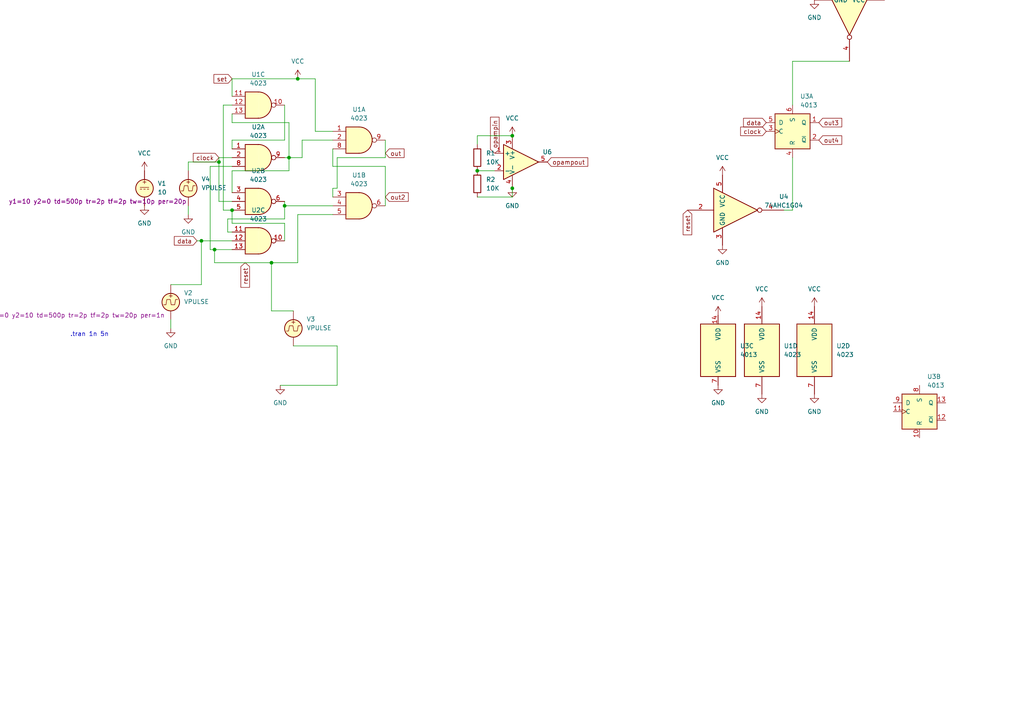
<source format=kicad_sch>
(kicad_sch
	(version 20231120)
	(generator "eeschema")
	(generator_version "8.0")
	(uuid "df67c224-0ee1-4bf8-96da-ce24f0954a91")
	(paper "A4")
	(lib_symbols
		(symbol "4xxx:4013"
			(pin_names
				(offset 1.016)
			)
			(exclude_from_sim no)
			(in_bom yes)
			(on_board yes)
			(property "Reference" "U"
				(at -7.62 8.89 0)
				(effects
					(font
						(size 1.27 1.27)
					)
				)
			)
			(property "Value" "4013"
				(at -7.62 -8.89 0)
				(effects
					(font
						(size 1.27 1.27)
					)
				)
			)
			(property "Footprint" ""
				(at 0 0 0)
				(effects
					(font
						(size 1.27 1.27)
					)
					(hide yes)
				)
			)
			(property "Datasheet" "http://www.onsemi.com/pub/Collateral/MC14013B-D.PDF"
				(at 0 0 0)
				(effects
					(font
						(size 1.27 1.27)
					)
					(hide yes)
				)
			)
			(property "Description" "Dual D  FlipFlop, Set & reset"
				(at 0 0 0)
				(effects
					(font
						(size 1.27 1.27)
					)
					(hide yes)
				)
			)
			(property "ki_locked" ""
				(at 0 0 0)
				(effects
					(font
						(size 1.27 1.27)
					)
				)
			)
			(property "ki_keywords" "CMOS DFF"
				(at 0 0 0)
				(effects
					(font
						(size 1.27 1.27)
					)
					(hide yes)
				)
			)
			(property "ki_fp_filters" "DIP*W7.62mm* SOIC*3.9x9.9mm*P1.27mm* TSSOP*4.4x5mm*P0.65mm*"
				(at 0 0 0)
				(effects
					(font
						(size 1.27 1.27)
					)
					(hide yes)
				)
			)
			(symbol "4013_1_1"
				(rectangle
					(start -5.08 5.08)
					(end 5.08 -5.08)
					(stroke
						(width 0.254)
						(type default)
					)
					(fill
						(type background)
					)
				)
				(pin output line
					(at 7.62 2.54 180)
					(length 2.54)
					(name "Q"
						(effects
							(font
								(size 1.27 1.27)
							)
						)
					)
					(number "1"
						(effects
							(font
								(size 1.27 1.27)
							)
						)
					)
				)
				(pin output line
					(at 7.62 -2.54 180)
					(length 2.54)
					(name "~{Q}"
						(effects
							(font
								(size 1.27 1.27)
							)
						)
					)
					(number "2"
						(effects
							(font
								(size 1.27 1.27)
							)
						)
					)
				)
				(pin input clock
					(at -7.62 0 0)
					(length 2.54)
					(name "C"
						(effects
							(font
								(size 1.27 1.27)
							)
						)
					)
					(number "3"
						(effects
							(font
								(size 1.27 1.27)
							)
						)
					)
				)
				(pin input line
					(at 0 -7.62 90)
					(length 2.54)
					(name "R"
						(effects
							(font
								(size 1.27 1.27)
							)
						)
					)
					(number "4"
						(effects
							(font
								(size 1.27 1.27)
							)
						)
					)
				)
				(pin input line
					(at -7.62 2.54 0)
					(length 2.54)
					(name "D"
						(effects
							(font
								(size 1.27 1.27)
							)
						)
					)
					(number "5"
						(effects
							(font
								(size 1.27 1.27)
							)
						)
					)
				)
				(pin input line
					(at 0 7.62 270)
					(length 2.54)
					(name "S"
						(effects
							(font
								(size 1.27 1.27)
							)
						)
					)
					(number "6"
						(effects
							(font
								(size 1.27 1.27)
							)
						)
					)
				)
			)
			(symbol "4013_2_1"
				(rectangle
					(start -5.08 5.08)
					(end 5.08 -5.08)
					(stroke
						(width 0.254)
						(type default)
					)
					(fill
						(type background)
					)
				)
				(pin input line
					(at 0 -7.62 90)
					(length 2.54)
					(name "R"
						(effects
							(font
								(size 1.27 1.27)
							)
						)
					)
					(number "10"
						(effects
							(font
								(size 1.27 1.27)
							)
						)
					)
				)
				(pin input clock
					(at -7.62 0 0)
					(length 2.54)
					(name "C"
						(effects
							(font
								(size 1.27 1.27)
							)
						)
					)
					(number "11"
						(effects
							(font
								(size 1.27 1.27)
							)
						)
					)
				)
				(pin output line
					(at 7.62 -2.54 180)
					(length 2.54)
					(name "~{Q}"
						(effects
							(font
								(size 1.27 1.27)
							)
						)
					)
					(number "12"
						(effects
							(font
								(size 1.27 1.27)
							)
						)
					)
				)
				(pin output line
					(at 7.62 2.54 180)
					(length 2.54)
					(name "Q"
						(effects
							(font
								(size 1.27 1.27)
							)
						)
					)
					(number "13"
						(effects
							(font
								(size 1.27 1.27)
							)
						)
					)
				)
				(pin input line
					(at 0 7.62 270)
					(length 2.54)
					(name "S"
						(effects
							(font
								(size 1.27 1.27)
							)
						)
					)
					(number "8"
						(effects
							(font
								(size 1.27 1.27)
							)
						)
					)
				)
				(pin input line
					(at -7.62 2.54 0)
					(length 2.54)
					(name "D"
						(effects
							(font
								(size 1.27 1.27)
							)
						)
					)
					(number "9"
						(effects
							(font
								(size 1.27 1.27)
							)
						)
					)
				)
			)
			(symbol "4013_3_0"
				(pin power_in line
					(at 0 10.16 270)
					(length 2.54)
					(name "VDD"
						(effects
							(font
								(size 1.27 1.27)
							)
						)
					)
					(number "14"
						(effects
							(font
								(size 1.27 1.27)
							)
						)
					)
				)
				(pin power_in line
					(at 0 -10.16 90)
					(length 2.54)
					(name "VSS"
						(effects
							(font
								(size 1.27 1.27)
							)
						)
					)
					(number "7"
						(effects
							(font
								(size 1.27 1.27)
							)
						)
					)
				)
			)
			(symbol "4013_3_1"
				(rectangle
					(start -5.08 7.62)
					(end 5.08 -7.62)
					(stroke
						(width 0.254)
						(type default)
					)
					(fill
						(type background)
					)
				)
			)
		)
		(symbol "4xxx:4023"
			(pin_names
				(offset 1.016)
			)
			(exclude_from_sim no)
			(in_bom yes)
			(on_board yes)
			(property "Reference" "U"
				(at 0 1.27 0)
				(effects
					(font
						(size 1.27 1.27)
					)
				)
			)
			(property "Value" "4023"
				(at 0 -1.27 0)
				(effects
					(font
						(size 1.27 1.27)
					)
				)
			)
			(property "Footprint" ""
				(at 0 0 0)
				(effects
					(font
						(size 1.27 1.27)
					)
					(hide yes)
				)
			)
			(property "Datasheet" "http://www.intersil.com/content/dam/Intersil/documents/cd40/cd4011bms-12bms-23bms.pdf"
				(at 0 0 0)
				(effects
					(font
						(size 1.27 1.27)
					)
					(hide yes)
				)
			)
			(property "Description" "Triple Nand 3 inputs"
				(at 0 0 0)
				(effects
					(font
						(size 1.27 1.27)
					)
					(hide yes)
				)
			)
			(property "ki_locked" ""
				(at 0 0 0)
				(effects
					(font
						(size 1.27 1.27)
					)
				)
			)
			(property "ki_keywords" "CMOS Nand3"
				(at 0 0 0)
				(effects
					(font
						(size 1.27 1.27)
					)
					(hide yes)
				)
			)
			(property "ki_fp_filters" "DIP?14*"
				(at 0 0 0)
				(effects
					(font
						(size 1.27 1.27)
					)
					(hide yes)
				)
			)
			(symbol "4023_1_1"
				(arc
					(start 0 -3.81)
					(mid 3.7934 0)
					(end 0 3.81)
					(stroke
						(width 0.254)
						(type default)
					)
					(fill
						(type background)
					)
				)
				(polyline
					(pts
						(xy 0 3.81) (xy -3.81 3.81) (xy -3.81 -3.81) (xy 0 -3.81)
					)
					(stroke
						(width 0.254)
						(type default)
					)
					(fill
						(type background)
					)
				)
				(pin input line
					(at -7.62 2.54 0)
					(length 3.81)
					(name "~"
						(effects
							(font
								(size 1.27 1.27)
							)
						)
					)
					(number "1"
						(effects
							(font
								(size 1.27 1.27)
							)
						)
					)
				)
				(pin input line
					(at -7.62 0 0)
					(length 3.81)
					(name "~"
						(effects
							(font
								(size 1.27 1.27)
							)
						)
					)
					(number "2"
						(effects
							(font
								(size 1.27 1.27)
							)
						)
					)
				)
				(pin input line
					(at -7.62 -2.54 0)
					(length 3.81)
					(name "~"
						(effects
							(font
								(size 1.27 1.27)
							)
						)
					)
					(number "8"
						(effects
							(font
								(size 1.27 1.27)
							)
						)
					)
				)
				(pin output inverted
					(at 7.62 0 180)
					(length 3.81)
					(name "~"
						(effects
							(font
								(size 1.27 1.27)
							)
						)
					)
					(number "9"
						(effects
							(font
								(size 1.27 1.27)
							)
						)
					)
				)
			)
			(symbol "4023_1_2"
				(arc
					(start -3.81 -3.81)
					(mid -2.589 0)
					(end -3.81 3.81)
					(stroke
						(width 0.254)
						(type default)
					)
					(fill
						(type none)
					)
				)
				(arc
					(start -0.6096 -3.81)
					(mid 2.1842 -2.5851)
					(end 3.81 0)
					(stroke
						(width 0.254)
						(type default)
					)
					(fill
						(type background)
					)
				)
				(polyline
					(pts
						(xy -3.81 -3.81) (xy -0.635 -3.81)
					)
					(stroke
						(width 0.254)
						(type default)
					)
					(fill
						(type background)
					)
				)
				(polyline
					(pts
						(xy -3.81 3.81) (xy -0.635 3.81)
					)
					(stroke
						(width 0.254)
						(type default)
					)
					(fill
						(type background)
					)
				)
				(polyline
					(pts
						(xy -0.635 3.81) (xy -3.81 3.81) (xy -3.81 3.81) (xy -3.556 3.4036) (xy -3.0226 2.2606) (xy -2.6924 1.0414)
						(xy -2.6162 -0.254) (xy -2.7686 -1.4986) (xy -3.175 -2.7178) (xy -3.81 -3.81) (xy -3.81 -3.81)
						(xy -0.635 -3.81)
					)
					(stroke
						(width -25.4)
						(type default)
					)
					(fill
						(type background)
					)
				)
				(arc
					(start 3.81 0)
					(mid 2.1915 2.5936)
					(end -0.6096 3.81)
					(stroke
						(width 0.254)
						(type default)
					)
					(fill
						(type background)
					)
				)
				(pin input inverted
					(at -7.62 2.54 0)
					(length 4.318)
					(name "~"
						(effects
							(font
								(size 1.27 1.27)
							)
						)
					)
					(number "1"
						(effects
							(font
								(size 1.27 1.27)
							)
						)
					)
				)
				(pin input inverted
					(at -7.62 0 0)
					(length 4.953)
					(name "~"
						(effects
							(font
								(size 1.27 1.27)
							)
						)
					)
					(number "2"
						(effects
							(font
								(size 1.27 1.27)
							)
						)
					)
				)
				(pin input inverted
					(at -7.62 -2.54 0)
					(length 4.318)
					(name "~"
						(effects
							(font
								(size 1.27 1.27)
							)
						)
					)
					(number "8"
						(effects
							(font
								(size 1.27 1.27)
							)
						)
					)
				)
				(pin output line
					(at 7.62 0 180)
					(length 3.81)
					(name "~"
						(effects
							(font
								(size 1.27 1.27)
							)
						)
					)
					(number "9"
						(effects
							(font
								(size 1.27 1.27)
							)
						)
					)
				)
			)
			(symbol "4023_2_1"
				(arc
					(start 0 -3.81)
					(mid 3.7934 0)
					(end 0 3.81)
					(stroke
						(width 0.254)
						(type default)
					)
					(fill
						(type background)
					)
				)
				(polyline
					(pts
						(xy 0 3.81) (xy -3.81 3.81) (xy -3.81 -3.81) (xy 0 -3.81)
					)
					(stroke
						(width 0.254)
						(type default)
					)
					(fill
						(type background)
					)
				)
				(pin input line
					(at -7.62 2.54 0)
					(length 3.81)
					(name "~"
						(effects
							(font
								(size 1.27 1.27)
							)
						)
					)
					(number "3"
						(effects
							(font
								(size 1.27 1.27)
							)
						)
					)
				)
				(pin input line
					(at -7.62 0 0)
					(length 3.81)
					(name "~"
						(effects
							(font
								(size 1.27 1.27)
							)
						)
					)
					(number "4"
						(effects
							(font
								(size 1.27 1.27)
							)
						)
					)
				)
				(pin input line
					(at -7.62 -2.54 0)
					(length 3.81)
					(name "~"
						(effects
							(font
								(size 1.27 1.27)
							)
						)
					)
					(number "5"
						(effects
							(font
								(size 1.27 1.27)
							)
						)
					)
				)
				(pin output inverted
					(at 7.62 0 180)
					(length 3.81)
					(name "~"
						(effects
							(font
								(size 1.27 1.27)
							)
						)
					)
					(number "6"
						(effects
							(font
								(size 1.27 1.27)
							)
						)
					)
				)
			)
			(symbol "4023_2_2"
				(arc
					(start -3.81 -3.81)
					(mid -2.589 0)
					(end -3.81 3.81)
					(stroke
						(width 0.254)
						(type default)
					)
					(fill
						(type none)
					)
				)
				(arc
					(start -0.6096 -3.81)
					(mid 2.1842 -2.5851)
					(end 3.81 0)
					(stroke
						(width 0.254)
						(type default)
					)
					(fill
						(type background)
					)
				)
				(polyline
					(pts
						(xy -3.81 -3.81) (xy -0.635 -3.81)
					)
					(stroke
						(width 0.254)
						(type default)
					)
					(fill
						(type background)
					)
				)
				(polyline
					(pts
						(xy -3.81 3.81) (xy -0.635 3.81)
					)
					(stroke
						(width 0.254)
						(type default)
					)
					(fill
						(type background)
					)
				)
				(polyline
					(pts
						(xy -0.635 3.81) (xy -3.81 3.81) (xy -3.81 3.81) (xy -3.556 3.4036) (xy -3.0226 2.2606) (xy -2.6924 1.0414)
						(xy -2.6162 -0.254) (xy -2.7686 -1.4986) (xy -3.175 -2.7178) (xy -3.81 -3.81) (xy -3.81 -3.81)
						(xy -0.635 -3.81)
					)
					(stroke
						(width -25.4)
						(type default)
					)
					(fill
						(type background)
					)
				)
				(arc
					(start 3.81 0)
					(mid 2.1915 2.5936)
					(end -0.6096 3.81)
					(stroke
						(width 0.254)
						(type default)
					)
					(fill
						(type background)
					)
				)
				(pin input inverted
					(at -7.62 2.54 0)
					(length 4.318)
					(name "~"
						(effects
							(font
								(size 1.27 1.27)
							)
						)
					)
					(number "3"
						(effects
							(font
								(size 1.27 1.27)
							)
						)
					)
				)
				(pin input inverted
					(at -7.62 0 0)
					(length 4.953)
					(name "~"
						(effects
							(font
								(size 1.27 1.27)
							)
						)
					)
					(number "4"
						(effects
							(font
								(size 1.27 1.27)
							)
						)
					)
				)
				(pin input inverted
					(at -7.62 -2.54 0)
					(length 4.318)
					(name "~"
						(effects
							(font
								(size 1.27 1.27)
							)
						)
					)
					(number "5"
						(effects
							(font
								(size 1.27 1.27)
							)
						)
					)
				)
				(pin output line
					(at 7.62 0 180)
					(length 3.81)
					(name "~"
						(effects
							(font
								(size 1.27 1.27)
							)
						)
					)
					(number "6"
						(effects
							(font
								(size 1.27 1.27)
							)
						)
					)
				)
			)
			(symbol "4023_3_1"
				(arc
					(start 0 -3.81)
					(mid 3.7934 0)
					(end 0 3.81)
					(stroke
						(width 0.254)
						(type default)
					)
					(fill
						(type background)
					)
				)
				(polyline
					(pts
						(xy 0 3.81) (xy -3.81 3.81) (xy -3.81 -3.81) (xy 0 -3.81)
					)
					(stroke
						(width 0.254)
						(type default)
					)
					(fill
						(type background)
					)
				)
				(pin output inverted
					(at 7.62 0 180)
					(length 3.81)
					(name "~"
						(effects
							(font
								(size 1.27 1.27)
							)
						)
					)
					(number "10"
						(effects
							(font
								(size 1.27 1.27)
							)
						)
					)
				)
				(pin input line
					(at -7.62 2.54 0)
					(length 3.81)
					(name "~"
						(effects
							(font
								(size 1.27 1.27)
							)
						)
					)
					(number "11"
						(effects
							(font
								(size 1.27 1.27)
							)
						)
					)
				)
				(pin input line
					(at -7.62 0 0)
					(length 3.81)
					(name "~"
						(effects
							(font
								(size 1.27 1.27)
							)
						)
					)
					(number "12"
						(effects
							(font
								(size 1.27 1.27)
							)
						)
					)
				)
				(pin input line
					(at -7.62 -2.54 0)
					(length 3.81)
					(name "~"
						(effects
							(font
								(size 1.27 1.27)
							)
						)
					)
					(number "13"
						(effects
							(font
								(size 1.27 1.27)
							)
						)
					)
				)
			)
			(symbol "4023_3_2"
				(arc
					(start -3.81 -3.81)
					(mid -2.589 0)
					(end -3.81 3.81)
					(stroke
						(width 0.254)
						(type default)
					)
					(fill
						(type none)
					)
				)
				(arc
					(start -0.6096 -3.81)
					(mid 2.1842 -2.5851)
					(end 3.81 0)
					(stroke
						(width 0.254)
						(type default)
					)
					(fill
						(type background)
					)
				)
				(polyline
					(pts
						(xy -3.81 -3.81) (xy -0.635 -3.81)
					)
					(stroke
						(width 0.254)
						(type default)
					)
					(fill
						(type background)
					)
				)
				(polyline
					(pts
						(xy -3.81 3.81) (xy -0.635 3.81)
					)
					(stroke
						(width 0.254)
						(type default)
					)
					(fill
						(type background)
					)
				)
				(polyline
					(pts
						(xy -0.635 3.81) (xy -3.81 3.81) (xy -3.81 3.81) (xy -3.556 3.4036) (xy -3.0226 2.2606) (xy -2.6924 1.0414)
						(xy -2.6162 -0.254) (xy -2.7686 -1.4986) (xy -3.175 -2.7178) (xy -3.81 -3.81) (xy -3.81 -3.81)
						(xy -0.635 -3.81)
					)
					(stroke
						(width -25.4)
						(type default)
					)
					(fill
						(type background)
					)
				)
				(arc
					(start 3.81 0)
					(mid 2.1915 2.5936)
					(end -0.6096 3.81)
					(stroke
						(width 0.254)
						(type default)
					)
					(fill
						(type background)
					)
				)
				(pin output line
					(at 7.62 0 180)
					(length 3.81)
					(name "~"
						(effects
							(font
								(size 1.27 1.27)
							)
						)
					)
					(number "10"
						(effects
							(font
								(size 1.27 1.27)
							)
						)
					)
				)
				(pin input inverted
					(at -7.62 2.54 0)
					(length 4.318)
					(name "~"
						(effects
							(font
								(size 1.27 1.27)
							)
						)
					)
					(number "11"
						(effects
							(font
								(size 1.27 1.27)
							)
						)
					)
				)
				(pin input inverted
					(at -7.62 0 0)
					(length 4.953)
					(name "~"
						(effects
							(font
								(size 1.27 1.27)
							)
						)
					)
					(number "12"
						(effects
							(font
								(size 1.27 1.27)
							)
						)
					)
				)
				(pin input inverted
					(at -7.62 -2.54 0)
					(length 4.318)
					(name "~"
						(effects
							(font
								(size 1.27 1.27)
							)
						)
					)
					(number "13"
						(effects
							(font
								(size 1.27 1.27)
							)
						)
					)
				)
			)
			(symbol "4023_4_0"
				(pin power_in line
					(at 0 12.7 270)
					(length 5.08)
					(name "VDD"
						(effects
							(font
								(size 1.27 1.27)
							)
						)
					)
					(number "14"
						(effects
							(font
								(size 1.27 1.27)
							)
						)
					)
				)
				(pin power_in line
					(at 0 -12.7 90)
					(length 5.08)
					(name "VSS"
						(effects
							(font
								(size 1.27 1.27)
							)
						)
					)
					(number "7"
						(effects
							(font
								(size 1.27 1.27)
							)
						)
					)
				)
			)
			(symbol "4023_4_1"
				(rectangle
					(start -5.08 7.62)
					(end 5.08 -7.62)
					(stroke
						(width 0.254)
						(type default)
					)
					(fill
						(type background)
					)
				)
			)
		)
		(symbol "74xGxx:74AHC1G04"
			(exclude_from_sim no)
			(in_bom yes)
			(on_board yes)
			(property "Reference" "U"
				(at -2.54 3.81 0)
				(effects
					(font
						(size 1.27 1.27)
					)
				)
			)
			(property "Value" "74AHC1G04"
				(at 0 -3.81 0)
				(effects
					(font
						(size 1.27 1.27)
					)
				)
			)
			(property "Footprint" ""
				(at 0 0 0)
				(effects
					(font
						(size 1.27 1.27)
					)
					(hide yes)
				)
			)
			(property "Datasheet" "http://www.ti.com/lit/sg/scyt129e/scyt129e.pdf"
				(at 0 0 0)
				(effects
					(font
						(size 1.27 1.27)
					)
					(hide yes)
				)
			)
			(property "Description" "Single NOT Gate, Low-Voltage CMOS"
				(at 0 0 0)
				(effects
					(font
						(size 1.27 1.27)
					)
					(hide yes)
				)
			)
			(property "ki_keywords" "Single Gate NOT LVC CMOS"
				(at 0 0 0)
				(effects
					(font
						(size 1.27 1.27)
					)
					(hide yes)
				)
			)
			(property "ki_fp_filters" "SOT* SG-*"
				(at 0 0 0)
				(effects
					(font
						(size 1.27 1.27)
					)
					(hide yes)
				)
			)
			(symbol "74AHC1G04_0_1"
				(polyline
					(pts
						(xy -7.62 6.35) (xy -7.62 -6.35) (xy 5.08 0) (xy -7.62 6.35)
					)
					(stroke
						(width 0.254)
						(type default)
					)
					(fill
						(type background)
					)
				)
			)
			(symbol "74AHC1G04_1_1"
				(pin input line
					(at -15.24 0 0)
					(length 7.62)
					(name "~"
						(effects
							(font
								(size 1.27 1.27)
							)
						)
					)
					(number "2"
						(effects
							(font
								(size 1.27 1.27)
							)
						)
					)
				)
				(pin power_in line
					(at -5.08 -10.16 90)
					(length 5.08)
					(name "GND"
						(effects
							(font
								(size 1.27 1.27)
							)
						)
					)
					(number "3"
						(effects
							(font
								(size 1.27 1.27)
							)
						)
					)
				)
				(pin output inverted
					(at 12.7 0 180)
					(length 7.62)
					(name "~"
						(effects
							(font
								(size 1.27 1.27)
							)
						)
					)
					(number "4"
						(effects
							(font
								(size 1.27 1.27)
							)
						)
					)
				)
				(pin power_in line
					(at -5.08 10.16 270)
					(length 5.08)
					(name "VCC"
						(effects
							(font
								(size 1.27 1.27)
							)
						)
					)
					(number "5"
						(effects
							(font
								(size 1.27 1.27)
							)
						)
					)
				)
			)
		)
		(symbol "Device:R"
			(pin_numbers hide)
			(pin_names
				(offset 0)
			)
			(exclude_from_sim no)
			(in_bom yes)
			(on_board yes)
			(property "Reference" "R"
				(at 2.032 0 90)
				(effects
					(font
						(size 1.27 1.27)
					)
				)
			)
			(property "Value" "R"
				(at 0 0 90)
				(effects
					(font
						(size 1.27 1.27)
					)
				)
			)
			(property "Footprint" ""
				(at -1.778 0 90)
				(effects
					(font
						(size 1.27 1.27)
					)
					(hide yes)
				)
			)
			(property "Datasheet" "~"
				(at 0 0 0)
				(effects
					(font
						(size 1.27 1.27)
					)
					(hide yes)
				)
			)
			(property "Description" "Resistor"
				(at 0 0 0)
				(effects
					(font
						(size 1.27 1.27)
					)
					(hide yes)
				)
			)
			(property "ki_keywords" "R res resistor"
				(at 0 0 0)
				(effects
					(font
						(size 1.27 1.27)
					)
					(hide yes)
				)
			)
			(property "ki_fp_filters" "R_*"
				(at 0 0 0)
				(effects
					(font
						(size 1.27 1.27)
					)
					(hide yes)
				)
			)
			(symbol "R_0_1"
				(rectangle
					(start -1.016 -2.54)
					(end 1.016 2.54)
					(stroke
						(width 0.254)
						(type default)
					)
					(fill
						(type none)
					)
				)
			)
			(symbol "R_1_1"
				(pin passive line
					(at 0 3.81 270)
					(length 1.27)
					(name "~"
						(effects
							(font
								(size 1.27 1.27)
							)
						)
					)
					(number "1"
						(effects
							(font
								(size 1.27 1.27)
							)
						)
					)
				)
				(pin passive line
					(at 0 -3.81 90)
					(length 1.27)
					(name "~"
						(effects
							(font
								(size 1.27 1.27)
							)
						)
					)
					(number "2"
						(effects
							(font
								(size 1.27 1.27)
							)
						)
					)
				)
			)
		)
		(symbol "Simulation_SPICE:OPAMP"
			(pin_names
				(offset 0.254)
			)
			(exclude_from_sim no)
			(in_bom yes)
			(on_board yes)
			(property "Reference" "U"
				(at 3.81 3.175 0)
				(effects
					(font
						(size 1.27 1.27)
					)
					(justify left)
				)
			)
			(property "Value" "${SIM.PARAMS}"
				(at 3.81 -3.175 0)
				(effects
					(font
						(size 1.27 1.27)
					)
					(justify left)
				)
			)
			(property "Footprint" ""
				(at 0 0 0)
				(effects
					(font
						(size 1.27 1.27)
					)
					(hide yes)
				)
			)
			(property "Datasheet" "~"
				(at 0 0 0)
				(effects
					(font
						(size 1.27 1.27)
					)
					(hide yes)
				)
			)
			(property "Description" "Operational amplifier, single, node sequence=1:+ 2:- 3:OUT 4:V+ 5:V-"
				(at 0 0 0)
				(effects
					(font
						(size 1.27 1.27)
					)
					(hide yes)
				)
			)
			(property "Sim.Pins" "1=in+ 2=in- 3=vcc 4=vee 5=out"
				(at 0 0 0)
				(effects
					(font
						(size 1.27 1.27)
					)
					(hide yes)
				)
			)
			(property "Sim.Device" "SUBCKT"
				(at 0 0 0)
				(effects
					(font
						(size 1.27 1.27)
					)
					(justify left)
					(hide yes)
				)
			)
			(property "Sim.Library" "${KICAD7_SYMBOL_DIR}/Simulation_SPICE.sp"
				(at 0 0 0)
				(effects
					(font
						(size 1.27 1.27)
					)
					(hide yes)
				)
			)
			(property "Sim.Name" "kicad_builtin_opamp"
				(at 0 0 0)
				(effects
					(font
						(size 1.27 1.27)
					)
					(hide yes)
				)
			)
			(property "ki_keywords" "simulation"
				(at 0 0 0)
				(effects
					(font
						(size 1.27 1.27)
					)
					(hide yes)
				)
			)
			(symbol "OPAMP_0_1"
				(polyline
					(pts
						(xy 5.08 0) (xy -5.08 5.08) (xy -5.08 -5.08) (xy 5.08 0)
					)
					(stroke
						(width 0.254)
						(type default)
					)
					(fill
						(type background)
					)
				)
			)
			(symbol "OPAMP_1_1"
				(pin input line
					(at -7.62 2.54 0)
					(length 2.54)
					(name "+"
						(effects
							(font
								(size 1.27 1.27)
							)
						)
					)
					(number "1"
						(effects
							(font
								(size 1.27 1.27)
							)
						)
					)
				)
				(pin input line
					(at -7.62 -2.54 0)
					(length 2.54)
					(name "-"
						(effects
							(font
								(size 1.27 1.27)
							)
						)
					)
					(number "2"
						(effects
							(font
								(size 1.27 1.27)
							)
						)
					)
				)
				(pin power_in line
					(at -2.54 7.62 270)
					(length 3.81)
					(name "V+"
						(effects
							(font
								(size 1.27 1.27)
							)
						)
					)
					(number "3"
						(effects
							(font
								(size 1.27 1.27)
							)
						)
					)
				)
				(pin power_in line
					(at -2.54 -7.62 90)
					(length 3.81)
					(name "V-"
						(effects
							(font
								(size 1.27 1.27)
							)
						)
					)
					(number "4"
						(effects
							(font
								(size 1.27 1.27)
							)
						)
					)
				)
				(pin output line
					(at 7.62 0 180)
					(length 2.54)
					(name "~"
						(effects
							(font
								(size 1.27 1.27)
							)
						)
					)
					(number "5"
						(effects
							(font
								(size 1.27 1.27)
							)
						)
					)
				)
			)
		)
		(symbol "Simulation_SPICE:VDC"
			(pin_numbers hide)
			(pin_names
				(offset 0.0254)
			)
			(exclude_from_sim no)
			(in_bom yes)
			(on_board yes)
			(property "Reference" "V"
				(at 2.54 2.54 0)
				(effects
					(font
						(size 1.27 1.27)
					)
					(justify left)
				)
			)
			(property "Value" "1"
				(at 2.54 0 0)
				(effects
					(font
						(size 1.27 1.27)
					)
					(justify left)
				)
			)
			(property "Footprint" ""
				(at 0 0 0)
				(effects
					(font
						(size 1.27 1.27)
					)
					(hide yes)
				)
			)
			(property "Datasheet" "~"
				(at 0 0 0)
				(effects
					(font
						(size 1.27 1.27)
					)
					(hide yes)
				)
			)
			(property "Description" "Voltage source, DC"
				(at 0 0 0)
				(effects
					(font
						(size 1.27 1.27)
					)
					(hide yes)
				)
			)
			(property "Sim.Pins" "1=+ 2=-"
				(at 0 0 0)
				(effects
					(font
						(size 1.27 1.27)
					)
					(hide yes)
				)
			)
			(property "Sim.Type" "DC"
				(at 0 0 0)
				(effects
					(font
						(size 1.27 1.27)
					)
					(hide yes)
				)
			)
			(property "Sim.Device" "V"
				(at 0 0 0)
				(effects
					(font
						(size 1.27 1.27)
					)
					(justify left)
					(hide yes)
				)
			)
			(property "ki_keywords" "simulation"
				(at 0 0 0)
				(effects
					(font
						(size 1.27 1.27)
					)
					(hide yes)
				)
			)
			(symbol "VDC_0_0"
				(polyline
					(pts
						(xy -1.27 0.254) (xy 1.27 0.254)
					)
					(stroke
						(width 0)
						(type default)
					)
					(fill
						(type none)
					)
				)
				(polyline
					(pts
						(xy -0.762 -0.254) (xy -1.27 -0.254)
					)
					(stroke
						(width 0)
						(type default)
					)
					(fill
						(type none)
					)
				)
				(polyline
					(pts
						(xy 0.254 -0.254) (xy -0.254 -0.254)
					)
					(stroke
						(width 0)
						(type default)
					)
					(fill
						(type none)
					)
				)
				(polyline
					(pts
						(xy 1.27 -0.254) (xy 0.762 -0.254)
					)
					(stroke
						(width 0)
						(type default)
					)
					(fill
						(type none)
					)
				)
				(text "+"
					(at 0 1.905 0)
					(effects
						(font
							(size 1.27 1.27)
						)
					)
				)
			)
			(symbol "VDC_0_1"
				(circle
					(center 0 0)
					(radius 2.54)
					(stroke
						(width 0.254)
						(type default)
					)
					(fill
						(type background)
					)
				)
			)
			(symbol "VDC_1_1"
				(pin passive line
					(at 0 5.08 270)
					(length 2.54)
					(name "~"
						(effects
							(font
								(size 1.27 1.27)
							)
						)
					)
					(number "1"
						(effects
							(font
								(size 1.27 1.27)
							)
						)
					)
				)
				(pin passive line
					(at 0 -5.08 90)
					(length 2.54)
					(name "~"
						(effects
							(font
								(size 1.27 1.27)
							)
						)
					)
					(number "2"
						(effects
							(font
								(size 1.27 1.27)
							)
						)
					)
				)
			)
		)
		(symbol "Simulation_SPICE:VPULSE"
			(pin_numbers hide)
			(pin_names
				(offset 0.0254)
			)
			(exclude_from_sim no)
			(in_bom yes)
			(on_board yes)
			(property "Reference" "V"
				(at 2.54 2.54 0)
				(effects
					(font
						(size 1.27 1.27)
					)
					(justify left)
				)
			)
			(property "Value" "VPULSE"
				(at 2.54 0 0)
				(effects
					(font
						(size 1.27 1.27)
					)
					(justify left)
				)
			)
			(property "Footprint" ""
				(at 0 0 0)
				(effects
					(font
						(size 1.27 1.27)
					)
					(hide yes)
				)
			)
			(property "Datasheet" "~"
				(at 0 0 0)
				(effects
					(font
						(size 1.27 1.27)
					)
					(hide yes)
				)
			)
			(property "Description" "Voltage source, pulse"
				(at 0 0 0)
				(effects
					(font
						(size 1.27 1.27)
					)
					(hide yes)
				)
			)
			(property "Sim.Pins" "1=+ 2=-"
				(at 0 0 0)
				(effects
					(font
						(size 1.27 1.27)
					)
					(hide yes)
				)
			)
			(property "Sim.Type" "PULSE"
				(at 0 0 0)
				(effects
					(font
						(size 1.27 1.27)
					)
					(hide yes)
				)
			)
			(property "Sim.Device" "V"
				(at 0 0 0)
				(effects
					(font
						(size 1.27 1.27)
					)
					(justify left)
					(hide yes)
				)
			)
			(property "Sim.Params" "y1=0 y2=1 td=2n tr=2n tf=2n tw=50n per=100n"
				(at 2.54 -2.54 0)
				(effects
					(font
						(size 1.27 1.27)
					)
					(justify left)
				)
			)
			(property "ki_keywords" "simulation"
				(at 0 0 0)
				(effects
					(font
						(size 1.27 1.27)
					)
					(hide yes)
				)
			)
			(symbol "VPULSE_0_0"
				(polyline
					(pts
						(xy -2.032 -0.762) (xy -1.397 -0.762) (xy -1.143 0.762) (xy -0.127 0.762) (xy 0.127 -0.762) (xy 1.143 -0.762)
						(xy 1.397 0.762) (xy 2.032 0.762)
					)
					(stroke
						(width 0)
						(type default)
					)
					(fill
						(type none)
					)
				)
				(text "+"
					(at 0 1.905 0)
					(effects
						(font
							(size 1.27 1.27)
						)
					)
				)
			)
			(symbol "VPULSE_0_1"
				(circle
					(center 0 0)
					(radius 2.54)
					(stroke
						(width 0.254)
						(type default)
					)
					(fill
						(type background)
					)
				)
			)
			(symbol "VPULSE_1_1"
				(pin passive line
					(at 0 5.08 270)
					(length 2.54)
					(name "~"
						(effects
							(font
								(size 1.27 1.27)
							)
						)
					)
					(number "1"
						(effects
							(font
								(size 1.27 1.27)
							)
						)
					)
				)
				(pin passive line
					(at 0 -5.08 90)
					(length 2.54)
					(name "~"
						(effects
							(font
								(size 1.27 1.27)
							)
						)
					)
					(number "2"
						(effects
							(font
								(size 1.27 1.27)
							)
						)
					)
				)
			)
		)
		(symbol "power:GND"
			(power)
			(pin_names
				(offset 0)
			)
			(exclude_from_sim no)
			(in_bom yes)
			(on_board yes)
			(property "Reference" "#PWR"
				(at 0 -6.35 0)
				(effects
					(font
						(size 1.27 1.27)
					)
					(hide yes)
				)
			)
			(property "Value" "GND"
				(at 0 -3.81 0)
				(effects
					(font
						(size 1.27 1.27)
					)
				)
			)
			(property "Footprint" ""
				(at 0 0 0)
				(effects
					(font
						(size 1.27 1.27)
					)
					(hide yes)
				)
			)
			(property "Datasheet" ""
				(at 0 0 0)
				(effects
					(font
						(size 1.27 1.27)
					)
					(hide yes)
				)
			)
			(property "Description" "Power symbol creates a global label with name \"GND\" , ground"
				(at 0 0 0)
				(effects
					(font
						(size 1.27 1.27)
					)
					(hide yes)
				)
			)
			(property "ki_keywords" "global power"
				(at 0 0 0)
				(effects
					(font
						(size 1.27 1.27)
					)
					(hide yes)
				)
			)
			(symbol "GND_0_1"
				(polyline
					(pts
						(xy 0 0) (xy 0 -1.27) (xy 1.27 -1.27) (xy 0 -2.54) (xy -1.27 -1.27) (xy 0 -1.27)
					)
					(stroke
						(width 0)
						(type default)
					)
					(fill
						(type none)
					)
				)
			)
			(symbol "GND_1_1"
				(pin power_in line
					(at 0 0 270)
					(length 0) hide
					(name "GND"
						(effects
							(font
								(size 1.27 1.27)
							)
						)
					)
					(number "1"
						(effects
							(font
								(size 1.27 1.27)
							)
						)
					)
				)
			)
		)
		(symbol "power:VCC"
			(power)
			(pin_names
				(offset 0)
			)
			(exclude_from_sim no)
			(in_bom yes)
			(on_board yes)
			(property "Reference" "#PWR"
				(at 0 -3.81 0)
				(effects
					(font
						(size 1.27 1.27)
					)
					(hide yes)
				)
			)
			(property "Value" "VCC"
				(at 0 3.81 0)
				(effects
					(font
						(size 1.27 1.27)
					)
				)
			)
			(property "Footprint" ""
				(at 0 0 0)
				(effects
					(font
						(size 1.27 1.27)
					)
					(hide yes)
				)
			)
			(property "Datasheet" ""
				(at 0 0 0)
				(effects
					(font
						(size 1.27 1.27)
					)
					(hide yes)
				)
			)
			(property "Description" "Power symbol creates a global label with name \"VCC\""
				(at 0 0 0)
				(effects
					(font
						(size 1.27 1.27)
					)
					(hide yes)
				)
			)
			(property "ki_keywords" "global power"
				(at 0 0 0)
				(effects
					(font
						(size 1.27 1.27)
					)
					(hide yes)
				)
			)
			(symbol "VCC_0_1"
				(polyline
					(pts
						(xy -0.762 1.27) (xy 0 2.54)
					)
					(stroke
						(width 0)
						(type default)
					)
					(fill
						(type none)
					)
				)
				(polyline
					(pts
						(xy 0 0) (xy 0 2.54)
					)
					(stroke
						(width 0)
						(type default)
					)
					(fill
						(type none)
					)
				)
				(polyline
					(pts
						(xy 0 2.54) (xy 0.762 1.27)
					)
					(stroke
						(width 0)
						(type default)
					)
					(fill
						(type none)
					)
				)
			)
			(symbol "VCC_1_1"
				(pin power_in line
					(at 0 0 90)
					(length 0) hide
					(name "VCC"
						(effects
							(font
								(size 1.27 1.27)
							)
						)
					)
					(number "1"
						(effects
							(font
								(size 1.27 1.27)
							)
						)
					)
				)
			)
		)
	)
	(junction
		(at 67.31 60.96)
		(diameter 0)
		(color 0 0 0 0)
		(uuid "0861ace7-e7ec-4895-9851-b8abd3ae61b0")
	)
	(junction
		(at 86.36 22.86)
		(diameter 0)
		(color 0 0 0 0)
		(uuid "3277bcf0-e5f7-4ce2-95ad-908938d28237")
	)
	(junction
		(at 82.55 59.69)
		(diameter 0)
		(color 0 0 0 0)
		(uuid "4adc710a-19d9-4a55-a9ac-e13660542460")
	)
	(junction
		(at 138.43 49.53)
		(diameter 0)
		(color 0 0 0 0)
		(uuid "4e42fb59-a454-4d36-9e4b-b076407aa49e")
	)
	(junction
		(at 63.5 46.99)
		(diameter 0)
		(color 0 0 0 0)
		(uuid "58b97d88-7715-4a74-a776-cc803cea326f")
	)
	(junction
		(at 62.23 72.39)
		(diameter 0)
		(color 0 0 0 0)
		(uuid "7500ceae-fa78-46ac-b613-3656ca9e8f9a")
	)
	(junction
		(at 148.59 39.37)
		(diameter 0)
		(color 0 0 0 0)
		(uuid "7a29ce5d-1504-48fc-9315-dc397f2d8eae")
	)
	(junction
		(at 83.82 45.72)
		(diameter 0)
		(color 0 0 0 0)
		(uuid "9bd46f2e-6e01-4b10-9389-32bcfa20a578")
	)
	(junction
		(at 78.74 76.2)
		(diameter 0)
		(color 0 0 0 0)
		(uuid "dd4c8af7-721d-4e63-8e84-605db1d91652")
	)
	(junction
		(at 148.59 54.61)
		(diameter 0)
		(color 0 0 0 0)
		(uuid "e252d3aa-61b3-4c2e-902f-2c24c4349462")
	)
	(junction
		(at 58.42 69.85)
		(diameter 0)
		(color 0 0 0 0)
		(uuid "ed932891-cac4-4fea-8724-c7cd699e09ce")
	)
	(wire
		(pts
			(xy 78.74 90.17) (xy 85.09 90.17)
		)
		(stroke
			(width 0)
			(type default)
		)
		(uuid "00a99f61-631e-4432-9c9f-015e69d78e93")
	)
	(wire
		(pts
			(xy 60.96 48.26) (xy 60.96 72.39)
		)
		(stroke
			(width 0)
			(type default)
		)
		(uuid "00addb28-788d-4354-9ed4-36349e6e2f7f")
	)
	(wire
		(pts
			(xy 83.82 49.53) (xy 83.82 45.72)
		)
		(stroke
			(width 0)
			(type default)
		)
		(uuid "04b00395-63a7-4d74-a4f5-acf0cd0b7482")
	)
	(wire
		(pts
			(xy 138.43 41.91) (xy 138.43 39.37)
		)
		(stroke
			(width 0)
			(type default)
		)
		(uuid "050953bb-83ba-4c67-ae5a-40918c3d6633")
	)
	(wire
		(pts
			(xy 97.79 111.76) (xy 97.79 100.33)
		)
		(stroke
			(width 0)
			(type default)
		)
		(uuid "0c8f9c6c-9135-4537-b5ff-888287b75d32")
	)
	(wire
		(pts
			(xy 246.38 17.78) (xy 229.87 17.78)
		)
		(stroke
			(width 0)
			(type default)
		)
		(uuid "0f117a3e-8508-4772-9229-fa8b7ccf77cc")
	)
	(wire
		(pts
			(xy 64.77 60.96) (xy 67.31 60.96)
		)
		(stroke
			(width 0)
			(type default)
		)
		(uuid "10121b22-b614-4dbc-acc9-1ed2c6b5768f")
	)
	(wire
		(pts
			(xy 57.15 69.85) (xy 58.42 69.85)
		)
		(stroke
			(width 0)
			(type default)
		)
		(uuid "1e46ceb8-98fc-4a7b-a782-8145c578f3d1")
	)
	(wire
		(pts
			(xy 82.55 59.69) (xy 96.52 59.69)
		)
		(stroke
			(width 0)
			(type default)
		)
		(uuid "247f803b-e0cb-46e3-bee7-a37d9b511ad1")
	)
	(wire
		(pts
			(xy 82.55 69.85) (xy 82.55 64.77)
		)
		(stroke
			(width 0)
			(type default)
		)
		(uuid "2fe69278-a035-4e47-bbf0-eccc4085b877")
	)
	(wire
		(pts
			(xy 111.76 40.64) (xy 111.76 45.72)
		)
		(stroke
			(width 0)
			(type default)
		)
		(uuid "326791b0-8a78-449d-9bd1-994be99cc6ee")
	)
	(wire
		(pts
			(xy 60.96 72.39) (xy 62.23 72.39)
		)
		(stroke
			(width 0)
			(type default)
		)
		(uuid "3529abdb-1102-4152-8d5a-8865e7f28056")
	)
	(wire
		(pts
			(xy 66.04 67.31) (xy 67.31 67.31)
		)
		(stroke
			(width 0)
			(type default)
		)
		(uuid "3c360339-437b-487c-9e1d-b90b27c81180")
	)
	(wire
		(pts
			(xy 97.79 45.72) (xy 97.79 54.61)
		)
		(stroke
			(width 0)
			(type default)
		)
		(uuid "3c8d6af9-eb13-4976-ad76-87c57aead3a0")
	)
	(wire
		(pts
			(xy 96.52 40.64) (xy 87.63 40.64)
		)
		(stroke
			(width 0)
			(type default)
		)
		(uuid "42996d3b-e541-4799-ae97-177eeba8d84b")
	)
	(wire
		(pts
			(xy 54.61 46.99) (xy 63.5 46.99)
		)
		(stroke
			(width 0)
			(type default)
		)
		(uuid "44d3eae8-88fa-434f-affa-80069122244d")
	)
	(wire
		(pts
			(xy 54.61 49.53) (xy 54.61 46.99)
		)
		(stroke
			(width 0)
			(type default)
		)
		(uuid "459b5c22-cc81-4c86-b986-5959538913cb")
	)
	(wire
		(pts
			(xy 67.31 48.26) (xy 60.96 48.26)
		)
		(stroke
			(width 0)
			(type default)
		)
		(uuid "4930d093-d74b-4071-b660-94c41fdf60f7")
	)
	(wire
		(pts
			(xy 54.61 59.69) (xy 54.61 62.23)
		)
		(stroke
			(width 0)
			(type default)
		)
		(uuid "4d40f129-0216-4ab9-895b-0360547a5dcd")
	)
	(wire
		(pts
			(xy 67.31 30.48) (xy 64.77 30.48)
		)
		(stroke
			(width 0)
			(type default)
		)
		(uuid "4e71dde4-120c-48e7-bd3c-271e34ec8216")
	)
	(wire
		(pts
			(xy 91.44 38.1) (xy 91.44 22.86)
		)
		(stroke
			(width 0)
			(type default)
		)
		(uuid "510685a2-b199-41d3-9f7c-32b1f2613f8b")
	)
	(wire
		(pts
			(xy 67.31 35.56) (xy 67.31 33.02)
		)
		(stroke
			(width 0)
			(type default)
		)
		(uuid "564b13f1-2955-49cc-a6cf-16341128d00b")
	)
	(wire
		(pts
			(xy 82.55 63.5) (xy 66.04 63.5)
		)
		(stroke
			(width 0)
			(type default)
		)
		(uuid "5878a996-b1a3-4d8a-b4fe-0f95caeb2b0d")
	)
	(wire
		(pts
			(xy 86.36 62.23) (xy 96.52 62.23)
		)
		(stroke
			(width 0)
			(type default)
		)
		(uuid "5a0f0a58-7e92-4d6d-b064-e55c7146c1de")
	)
	(wire
		(pts
			(xy 82.55 30.48) (xy 82.55 40.64)
		)
		(stroke
			(width 0)
			(type default)
		)
		(uuid "6b277917-6c98-4537-a69e-713e2c728d92")
	)
	(wire
		(pts
			(xy 58.42 69.85) (xy 67.31 69.85)
		)
		(stroke
			(width 0)
			(type default)
		)
		(uuid "6b2ed75d-32a7-4acf-b245-194974ea6449")
	)
	(wire
		(pts
			(xy 67.31 40.64) (xy 67.31 43.18)
		)
		(stroke
			(width 0)
			(type default)
		)
		(uuid "6d5f2dfd-5410-48a1-9e34-ca2f76a9062c")
	)
	(wire
		(pts
			(xy 62.23 72.39) (xy 67.31 72.39)
		)
		(stroke
			(width 0)
			(type default)
		)
		(uuid "72c65fa3-9dd4-46a7-b450-5e06d8b8026f")
	)
	(wire
		(pts
			(xy 62.23 72.39) (xy 62.23 76.2)
		)
		(stroke
			(width 0)
			(type default)
		)
		(uuid "74670fe5-ebf9-491a-8070-a29bb86a1f04")
	)
	(wire
		(pts
			(xy 138.43 57.15) (xy 148.59 57.15)
		)
		(stroke
			(width 0)
			(type default)
		)
		(uuid "764fd6e3-419c-4b69-ae0c-e5d170b9ed20")
	)
	(wire
		(pts
			(xy 64.77 30.48) (xy 64.77 60.96)
		)
		(stroke
			(width 0)
			(type default)
		)
		(uuid "78168506-7c7c-49f4-84af-c9d469810a0c")
	)
	(wire
		(pts
			(xy 63.5 45.72) (xy 67.31 45.72)
		)
		(stroke
			(width 0)
			(type default)
		)
		(uuid "7835aa05-cf46-45e5-bf51-9d607e0a60ca")
	)
	(wire
		(pts
			(xy 87.63 45.72) (xy 83.82 45.72)
		)
		(stroke
			(width 0)
			(type default)
		)
		(uuid "7df34013-11b2-4b06-b99b-e83fd57792c1")
	)
	(wire
		(pts
			(xy 49.53 82.55) (xy 58.42 82.55)
		)
		(stroke
			(width 0)
			(type default)
		)
		(uuid "848bd6f4-3391-4606-ab6e-01005973704f")
	)
	(wire
		(pts
			(xy 66.04 63.5) (xy 66.04 67.31)
		)
		(stroke
			(width 0)
			(type default)
		)
		(uuid "870635b4-aaba-4874-872d-a86b2d17511f")
	)
	(wire
		(pts
			(xy 67.31 22.86) (xy 67.31 27.94)
		)
		(stroke
			(width 0)
			(type default)
		)
		(uuid "8b340ae4-aeb2-430b-90f9-c779c0045699")
	)
	(wire
		(pts
			(xy 67.31 49.53) (xy 83.82 49.53)
		)
		(stroke
			(width 0)
			(type default)
		)
		(uuid "8c8962c7-610a-4cc1-9172-5a654d5ddad8")
	)
	(wire
		(pts
			(xy 97.79 111.76) (xy 81.28 111.76)
		)
		(stroke
			(width 0)
			(type default)
		)
		(uuid "91b13ac4-d4f5-4a5e-a42a-d18966bbc0ce")
	)
	(wire
		(pts
			(xy 229.87 60.96) (xy 227.33 60.96)
		)
		(stroke
			(width 0)
			(type default)
		)
		(uuid "95b40890-6c4d-4bfd-9068-77730a07494e")
	)
	(wire
		(pts
			(xy 87.63 40.64) (xy 87.63 45.72)
		)
		(stroke
			(width 0)
			(type default)
		)
		(uuid "9a0c7edf-8484-4b23-bd07-28fc5170eabf")
	)
	(wire
		(pts
			(xy 96.52 38.1) (xy 91.44 38.1)
		)
		(stroke
			(width 0)
			(type default)
		)
		(uuid "9be5e013-133e-4a79-921c-cfa7b109f411")
	)
	(wire
		(pts
			(xy 82.55 58.42) (xy 82.55 59.69)
		)
		(stroke
			(width 0)
			(type default)
		)
		(uuid "a7c3f310-ded8-44e5-8335-7de4f90561c7")
	)
	(wire
		(pts
			(xy 49.53 95.25) (xy 49.53 92.71)
		)
		(stroke
			(width 0)
			(type default)
		)
		(uuid "a90081ed-df09-4e7e-9abc-1412f626cc61")
	)
	(wire
		(pts
			(xy 78.74 76.2) (xy 62.23 76.2)
		)
		(stroke
			(width 0)
			(type default)
		)
		(uuid "a914537c-1a1c-4faf-82d1-2b0197622a0a")
	)
	(wire
		(pts
			(xy 82.55 59.69) (xy 82.55 63.5)
		)
		(stroke
			(width 0)
			(type default)
		)
		(uuid "a9528913-32d9-47bf-af71-8894e071bded")
	)
	(wire
		(pts
			(xy 63.5 58.42) (xy 63.5 46.99)
		)
		(stroke
			(width 0)
			(type default)
		)
		(uuid "ac6b390b-ff7f-4a0c-a293-56ef2185780c")
	)
	(wire
		(pts
			(xy 86.36 62.23) (xy 86.36 76.2)
		)
		(stroke
			(width 0)
			(type default)
		)
		(uuid "b2d0848b-4495-4404-b9e9-5ef0907f0bc6")
	)
	(wire
		(pts
			(xy 86.36 76.2) (xy 78.74 76.2)
		)
		(stroke
			(width 0)
			(type default)
		)
		(uuid "ba95be33-cc6b-497e-b6d2-fe1183f42652")
	)
	(wire
		(pts
			(xy 82.55 40.64) (xy 67.31 40.64)
		)
		(stroke
			(width 0)
			(type default)
		)
		(uuid "bf3b29c9-3ed5-40b6-95b4-7c1870947491")
	)
	(wire
		(pts
			(xy 111.76 45.72) (xy 97.79 45.72)
		)
		(stroke
			(width 0)
			(type default)
		)
		(uuid "c6cd69c9-cd53-4ec6-bf2f-f3235a398a44")
	)
	(wire
		(pts
			(xy 67.31 64.77) (xy 67.31 60.96)
		)
		(stroke
			(width 0)
			(type default)
		)
		(uuid "cc3da39e-7068-4238-ad90-88a08e0ff806")
	)
	(wire
		(pts
			(xy 148.59 54.61) (xy 148.59 57.15)
		)
		(stroke
			(width 0)
			(type default)
		)
		(uuid "ce4ce624-688c-406c-9c79-3a6b87818a52")
	)
	(wire
		(pts
			(xy 86.36 22.86) (xy 67.31 22.86)
		)
		(stroke
			(width 0)
			(type default)
		)
		(uuid "ceba74a8-65e6-4260-9ebf-fe13f1f20df5")
	)
	(wire
		(pts
			(xy 96.52 54.61) (xy 96.52 57.15)
		)
		(stroke
			(width 0)
			(type default)
		)
		(uuid "cf02843e-e22c-4284-bc97-6ae2fab92ab9")
	)
	(wire
		(pts
			(xy 138.43 49.53) (xy 143.51 49.53)
		)
		(stroke
			(width 0)
			(type default)
		)
		(uuid "d04970e8-3c23-45c1-ad66-16a84d1e388a")
	)
	(wire
		(pts
			(xy 229.87 17.78) (xy 229.87 30.48)
		)
		(stroke
			(width 0)
			(type default)
		)
		(uuid "d7ba3628-b625-43ac-8389-5f88cf8e0210")
	)
	(wire
		(pts
			(xy 82.55 64.77) (xy 67.31 64.77)
		)
		(stroke
			(width 0)
			(type default)
		)
		(uuid "db32a028-cb14-4c77-a460-f623b56d8f91")
	)
	(wire
		(pts
			(xy 111.76 48.26) (xy 96.52 48.26)
		)
		(stroke
			(width 0)
			(type default)
		)
		(uuid "e1b11a46-56bf-4af6-aac7-6b2c1e61f763")
	)
	(wire
		(pts
			(xy 82.55 45.72) (xy 83.82 45.72)
		)
		(stroke
			(width 0)
			(type default)
		)
		(uuid "e4c3a89e-f318-47e0-a236-51fc476d3f38")
	)
	(wire
		(pts
			(xy 78.74 90.17) (xy 78.74 76.2)
		)
		(stroke
			(width 0)
			(type default)
		)
		(uuid "e4d122c5-1cab-4634-ba0f-f41b206ab107")
	)
	(wire
		(pts
			(xy 67.31 58.42) (xy 63.5 58.42)
		)
		(stroke
			(width 0)
			(type default)
		)
		(uuid "e647274b-022b-4117-a042-aae7d3039080")
	)
	(wire
		(pts
			(xy 58.42 82.55) (xy 58.42 69.85)
		)
		(stroke
			(width 0)
			(type default)
		)
		(uuid "e8432d6e-9b28-4ad4-8d66-d89f76506365")
	)
	(wire
		(pts
			(xy 229.87 45.72) (xy 229.87 60.96)
		)
		(stroke
			(width 0)
			(type default)
		)
		(uuid "e960a01e-9ded-4b5f-95c3-70205925c57d")
	)
	(wire
		(pts
			(xy 97.79 54.61) (xy 96.52 54.61)
		)
		(stroke
			(width 0)
			(type default)
		)
		(uuid "eb18a882-e1c6-436a-b8b2-5f2c28703282")
	)
	(wire
		(pts
			(xy 63.5 46.99) (xy 63.5 45.72)
		)
		(stroke
			(width 0)
			(type default)
		)
		(uuid "eb64c505-a770-493a-8eab-5b258fad6bba")
	)
	(wire
		(pts
			(xy 111.76 59.69) (xy 111.76 48.26)
		)
		(stroke
			(width 0)
			(type default)
		)
		(uuid "ed2b90d1-6b34-4c74-84d7-6a34cb3846d0")
	)
	(wire
		(pts
			(xy 83.82 35.56) (xy 67.31 35.56)
		)
		(stroke
			(width 0)
			(type default)
		)
		(uuid "ee05fd30-1587-4a0a-800b-f16b5340f68f")
	)
	(wire
		(pts
			(xy 67.31 55.88) (xy 67.31 49.53)
		)
		(stroke
			(width 0)
			(type default)
		)
		(uuid "f40ef69f-4b6d-44f6-869c-e56cda228a79")
	)
	(wire
		(pts
			(xy 96.52 48.26) (xy 96.52 43.18)
		)
		(stroke
			(width 0)
			(type default)
		)
		(uuid "f4c93bb9-ec26-44e5-98bf-f9eff2db60a2")
	)
	(wire
		(pts
			(xy 91.44 22.86) (xy 86.36 22.86)
		)
		(stroke
			(width 0)
			(type default)
		)
		(uuid "f7c9256f-72a1-448d-a6eb-0c97a01986e0")
	)
	(wire
		(pts
			(xy 83.82 45.72) (xy 83.82 35.56)
		)
		(stroke
			(width 0)
			(type default)
		)
		(uuid "faa3fe96-16f6-44ef-aa45-147aa6f2bb58")
	)
	(wire
		(pts
			(xy 85.09 100.33) (xy 97.79 100.33)
		)
		(stroke
			(width 0)
			(type default)
		)
		(uuid "fd162fd1-5503-4b6d-9bc9-84c6ace89c7f")
	)
	(wire
		(pts
			(xy 138.43 39.37) (xy 148.59 39.37)
		)
		(stroke
			(width 0)
			(type default)
		)
		(uuid "feffa64a-8378-422e-8fde-c5178fd15dcc")
	)
	(text ".tran 1n 5n\n"
		(exclude_from_sim no)
		(at 20.32 97.79 0)
		(effects
			(font
				(size 1.27 1.27)
			)
			(justify left bottom)
		)
		(uuid "f7db5a73-454c-4f95-a24c-708f1efc19e9")
	)
	(global_label "out4"
		(shape input)
		(at 237.49 40.64 0)
		(fields_autoplaced yes)
		(effects
			(font
				(size 1.27 1.27)
			)
			(justify left)
		)
		(uuid "0767a0b9-702a-48b2-aeed-58e05314dad7")
		(property "Intersheetrefs" "${INTERSHEET_REFS}"
			(at 244.7084 40.64 0)
			(effects
				(font
					(size 1.27 1.27)
				)
				(justify left)
				(hide yes)
			)
		)
	)
	(global_label "reset"
		(shape input)
		(at 199.39 60.96 270)
		(fields_autoplaced yes)
		(effects
			(font
				(size 1.27 1.27)
			)
			(justify right)
		)
		(uuid "0b0c6d08-aee8-466a-aaa6-97f01964e0c2")
		(property "Intersheetrefs" "${INTERSHEET_REFS}"
			(at 199.39 68.6624 90)
			(effects
				(font
					(size 1.27 1.27)
				)
				(justify right)
				(hide yes)
			)
		)
	)
	(global_label "reset"
		(shape input)
		(at 71.12 76.2 270)
		(fields_autoplaced yes)
		(effects
			(font
				(size 1.27 1.27)
			)
			(justify right)
		)
		(uuid "28ac849d-a168-409a-871f-ceaad4d81e19")
		(property "Intersheetrefs" "${INTERSHEET_REFS}"
			(at 71.12 83.9024 90)
			(effects
				(font
					(size 1.27 1.27)
				)
				(justify right)
				(hide yes)
			)
		)
	)
	(global_label "out2"
		(shape input)
		(at 111.76 57.15 0)
		(fields_autoplaced yes)
		(effects
			(font
				(size 1.27 1.27)
			)
			(justify left)
		)
		(uuid "2cf341fa-01ac-421c-a966-160606ca768b")
		(property "Intersheetrefs" "${INTERSHEET_REFS}"
			(at 118.9784 57.15 0)
			(effects
				(font
					(size 1.27 1.27)
				)
				(justify left)
				(hide yes)
			)
		)
	)
	(global_label "out"
		(shape input)
		(at 111.76 44.45 0)
		(fields_autoplaced yes)
		(effects
			(font
				(size 1.27 1.27)
			)
			(justify left)
		)
		(uuid "3fdf682f-be5d-411d-acb5-3d3bf1ce8d8e")
		(property "Intersheetrefs" "${INTERSHEET_REFS}"
			(at 117.7689 44.45 0)
			(effects
				(font
					(size 1.27 1.27)
				)
				(justify left)
				(hide yes)
			)
		)
	)
	(global_label "clock"
		(shape input)
		(at 63.5 45.72 180)
		(fields_autoplaced yes)
		(effects
			(font
				(size 1.27 1.27)
			)
			(justify right)
		)
		(uuid "47e2f378-a939-4f66-8d21-5b6cbcbf87d5")
		(property "Intersheetrefs" "${INTERSHEET_REFS}"
			(at 55.4953 45.72 0)
			(effects
				(font
					(size 1.27 1.27)
				)
				(justify right)
				(hide yes)
			)
		)
	)
	(global_label "data"
		(shape input)
		(at 222.25 35.56 180)
		(fields_autoplaced yes)
		(effects
			(font
				(size 1.27 1.27)
			)
			(justify right)
		)
		(uuid "6e04a2d7-887b-476d-ad0a-96185fbe1ea8")
		(property "Intersheetrefs" "${INTERSHEET_REFS}"
			(at 215.0921 35.56 0)
			(effects
				(font
					(size 1.27 1.27)
				)
				(justify right)
				(hide yes)
			)
		)
	)
	(global_label "opampout"
		(shape input)
		(at 158.75 46.99 0)
		(fields_autoplaced yes)
		(effects
			(font
				(size 1.27 1.27)
			)
			(justify left)
		)
		(uuid "74e03a2a-06e1-4a97-b041-8061815244ab")
		(property "Intersheetrefs" "${INTERSHEET_REFS}"
			(at 171.0482 46.99 0)
			(effects
				(font
					(size 1.27 1.27)
				)
				(justify left)
				(hide yes)
			)
		)
	)
	(global_label "data"
		(shape input)
		(at 57.15 69.85 180)
		(fields_autoplaced yes)
		(effects
			(font
				(size 1.27 1.27)
			)
			(justify right)
		)
		(uuid "ad5578c1-92f5-4e4f-b7a1-aaba84233547")
		(property "Intersheetrefs" "${INTERSHEET_REFS}"
			(at 49.9921 69.85 0)
			(effects
				(font
					(size 1.27 1.27)
				)
				(justify right)
				(hide yes)
			)
		)
	)
	(global_label "clock"
		(shape input)
		(at 222.25 38.1 180)
		(fields_autoplaced yes)
		(effects
			(font
				(size 1.27 1.27)
			)
			(justify right)
		)
		(uuid "b584fb0d-a468-4102-8273-8ca358cc45a8")
		(property "Intersheetrefs" "${INTERSHEET_REFS}"
			(at 214.2453 38.1 0)
			(effects
				(font
					(size 1.27 1.27)
				)
				(justify right)
				(hide yes)
			)
		)
	)
	(global_label "opampin"
		(shape input)
		(at 143.51 44.45 90)
		(fields_autoplaced yes)
		(effects
			(font
				(size 1.27 1.27)
			)
			(justify left)
		)
		(uuid "d830b983-467c-4f4b-bda9-ee098cfac421")
		(property "Intersheetrefs" "${INTERSHEET_REFS}"
			(at 143.51 33.4217 90)
			(effects
				(font
					(size 1.27 1.27)
				)
				(justify left)
				(hide yes)
			)
		)
	)
	(global_label "set"
		(shape input)
		(at 246.38 -10.16 90)
		(fields_autoplaced yes)
		(effects
			(font
				(size 1.27 1.27)
			)
			(justify left)
		)
		(uuid "e13c3515-757d-4635-a7c1-afe62cfe7626")
		(property "Intersheetrefs" "${INTERSHEET_REFS}"
			(at 246.38 -15.9876 90)
			(effects
				(font
					(size 1.27 1.27)
				)
				(justify left)
				(hide yes)
			)
		)
	)
	(global_label "set"
		(shape input)
		(at 67.31 22.86 180)
		(fields_autoplaced yes)
		(effects
			(font
				(size 1.27 1.27)
			)
			(justify right)
		)
		(uuid "e507ba4e-c539-43fd-845f-3d4fe9f189ec")
		(property "Intersheetrefs" "${INTERSHEET_REFS}"
			(at 61.4824 22.86 0)
			(effects
				(font
					(size 1.27 1.27)
				)
				(justify right)
				(hide yes)
			)
		)
	)
	(global_label "out3"
		(shape input)
		(at 237.49 35.56 0)
		(fields_autoplaced yes)
		(effects
			(font
				(size 1.27 1.27)
			)
			(justify left)
		)
		(uuid "e88f0f9c-a0ba-4cb8-9951-a93904bafad5")
		(property "Intersheetrefs" "${INTERSHEET_REFS}"
			(at 244.7084 35.56 0)
			(effects
				(font
					(size 1.27 1.27)
				)
				(justify left)
				(hide yes)
			)
		)
	)
	(symbol
		(lib_id "4xxx:4023")
		(at 74.93 30.48 0)
		(unit 3)
		(exclude_from_sim no)
		(in_bom yes)
		(on_board yes)
		(dnp no)
		(fields_autoplaced yes)
		(uuid "008af3ab-473c-48eb-b29a-5c56bb9bb4c7")
		(property "Reference" "U1"
			(at 74.9217 21.59 0)
			(effects
				(font
					(size 1.27 1.27)
				)
			)
		)
		(property "Value" "4023"
			(at 74.9217 24.13 0)
			(effects
				(font
					(size 1.27 1.27)
				)
			)
		)
		(property "Footprint" ""
			(at 74.93 30.48 0)
			(effects
				(font
					(size 1.27 1.27)
				)
				(hide yes)
			)
		)
		(property "Datasheet" "http://www.intersil.com/content/dam/Intersil/documents/cd40/cd4011bms-12bms-23bms.pdf"
			(at 74.93 30.48 0)
			(effects
				(font
					(size 1.27 1.27)
				)
				(hide yes)
			)
		)
		(property "Description" ""
			(at 74.93 30.48 0)
			(effects
				(font
					(size 1.27 1.27)
				)
				(hide yes)
			)
		)
		(property "Sim.Library" "beyondlogic.dual.lib"
			(at 74.93 30.48 0)
			(effects
				(font
					(size 1.27 1.27)
				)
				(hide yes)
			)
		)
		(property "Sim.Name" "nand3x3"
			(at 74.93 30.48 0)
			(effects
				(font
					(size 1.27 1.27)
				)
				(hide yes)
			)
		)
		(property "Sim.Device" "SUBCKT"
			(at 74.93 30.48 0)
			(effects
				(font
					(size 1.27 1.27)
				)
				(hide yes)
			)
		)
		(property "Sim.Pins" "1=A1 2=B1 3=A2 4=B2 5=C2 6=Y2 7=VSS 8=C1 9=Y1 10=Y3 11=A3 12=B3 13=C3 14=VDD"
			(at 74.93 30.48 0)
			(effects
				(font
					(size 1.27 1.27)
				)
				(hide yes)
			)
		)
		(pin "1"
			(uuid "4adc8680-a988-49d8-8daa-fe83b26f0b86")
		)
		(pin "10"
			(uuid "5e295806-434d-4d29-abd4-1057203f4ebb")
		)
		(pin "11"
			(uuid "0e10d258-85ed-48fe-ac49-bd4abf2c874f")
		)
		(pin "2"
			(uuid "7ddc7547-bb97-42b8-aff2-0e7cb089616d")
		)
		(pin "8"
			(uuid "65f092a1-daa4-467e-bdc6-17a878c7b1d1")
		)
		(pin "9"
			(uuid "7cd35a99-f025-4ca1-bb15-00cb86608bc1")
		)
		(pin "12"
			(uuid "fa1c5241-a399-453e-98f4-6440e5746dc1")
		)
		(pin "13"
			(uuid "cb4a3342-8d6a-420a-8f3d-fbf7b143fded")
		)
		(pin "14"
			(uuid "08ffef0b-7791-4394-bb23-e6846d4ce3ab")
		)
		(pin "7"
			(uuid "ecf2a5f6-5d38-4e78-8aaf-cd7213ac2350")
		)
		(pin "4"
			(uuid "39817331-24cf-4b1d-a115-babb08f4e412")
		)
		(pin "3"
			(uuid "71368c3d-8632-4a77-b046-4ba6f072dd17")
		)
		(pin "5"
			(uuid "01cc1ff3-26a2-4519-b69b-bd28f4fe3514")
		)
		(pin "6"
			(uuid "30a7d39c-2dc4-4de0-b4e6-c189af0f01f7")
		)
		(instances
			(project "perfection"
				(path "/df67c224-0ee1-4bf8-96da-ce24f0954a91"
					(reference "U1")
					(unit 3)
				)
			)
		)
	)
	(symbol
		(lib_id "power:VCC")
		(at 41.91 49.53 0)
		(unit 1)
		(exclude_from_sim no)
		(in_bom yes)
		(on_board yes)
		(dnp no)
		(fields_autoplaced yes)
		(uuid "0cb2fea3-8f82-4b90-b639-3e063a3658cd")
		(property "Reference" "#PWR02"
			(at 41.91 53.34 0)
			(effects
				(font
					(size 1.27 1.27)
				)
				(hide yes)
			)
		)
		(property "Value" "VCC"
			(at 41.91 44.45 0)
			(effects
				(font
					(size 1.27 1.27)
				)
			)
		)
		(property "Footprint" ""
			(at 41.91 49.53 0)
			(effects
				(font
					(size 1.27 1.27)
				)
				(hide yes)
			)
		)
		(property "Datasheet" ""
			(at 41.91 49.53 0)
			(effects
				(font
					(size 1.27 1.27)
				)
				(hide yes)
			)
		)
		(property "Description" ""
			(at 41.91 49.53 0)
			(effects
				(font
					(size 1.27 1.27)
				)
				(hide yes)
			)
		)
		(pin "1"
			(uuid "956fcb66-e32b-43a2-98a9-29711db71b0b")
		)
		(instances
			(project "perfection"
				(path "/df67c224-0ee1-4bf8-96da-ce24f0954a91"
					(reference "#PWR02")
					(unit 1)
				)
			)
		)
	)
	(symbol
		(lib_id "Device:R")
		(at 138.43 53.34 0)
		(unit 1)
		(exclude_from_sim no)
		(in_bom yes)
		(on_board yes)
		(dnp no)
		(uuid "0cc200d2-4acf-4e7f-b3e3-4a8ba336f896")
		(property "Reference" "R2"
			(at 140.97 52.0699 0)
			(effects
				(font
					(size 1.27 1.27)
				)
				(justify left)
			)
		)
		(property "Value" "10K"
			(at 140.97 54.6099 0)
			(effects
				(font
					(size 1.27 1.27)
				)
				(justify left)
			)
		)
		(property "Footprint" ""
			(at 136.652 53.34 90)
			(effects
				(font
					(size 1.27 1.27)
				)
				(hide yes)
			)
		)
		(property "Datasheet" "~"
			(at 138.43 53.34 0)
			(effects
				(font
					(size 1.27 1.27)
				)
				(hide yes)
			)
		)
		(property "Description" "Resistor"
			(at 138.43 53.34 0)
			(effects
				(font
					(size 1.27 1.27)
				)
				(hide yes)
			)
		)
		(pin "2"
			(uuid "010c74c8-9809-4685-9d05-b1d8fd941f17")
		)
		(pin "1"
			(uuid "52f4201e-d577-4d18-9831-17828f6b9a28")
		)
		(instances
			(project "perfection"
				(path "/df67c224-0ee1-4bf8-96da-ce24f0954a91"
					(reference "R2")
					(unit 1)
				)
			)
		)
	)
	(symbol
		(lib_id "Simulation_SPICE:VPULSE")
		(at 85.09 95.25 0)
		(unit 1)
		(exclude_from_sim no)
		(in_bom yes)
		(on_board yes)
		(dnp no)
		(uuid "16a4e6b6-f07a-4902-a896-6e2f3d5c3bf1")
		(property "Reference" "V3"
			(at 88.9 92.5802 0)
			(effects
				(font
					(size 1.27 1.27)
				)
				(justify left)
			)
		)
		(property "Value" "VPULSE"
			(at 88.9 95.1202 0)
			(effects
				(font
					(size 1.27 1.27)
				)
				(justify left)
			)
		)
		(property "Footprint" ""
			(at 85.09 95.25 0)
			(effects
				(font
					(size 1.27 1.27)
				)
				(hide yes)
			)
		)
		(property "Datasheet" "~"
			(at 85.09 95.25 0)
			(effects
				(font
					(size 1.27 1.27)
				)
				(hide yes)
			)
		)
		(property "Description" ""
			(at 85.09 95.25 0)
			(effects
				(font
					(size 1.27 1.27)
				)
				(hide yes)
			)
		)
		(property "Sim.Pins" "1=+ 2=-"
			(at 85.09 95.25 0)
			(effects
				(font
					(size 1.27 1.27)
				)
				(hide yes)
			)
		)
		(property "Sim.Type" "PULSE"
			(at 85.09 95.25 0)
			(effects
				(font
					(size 1.27 1.27)
				)
				(hide yes)
			)
		)
		(property "Sim.Device" "V"
			(at 85.09 95.25 0)
			(effects
				(font
					(size 1.27 1.27)
				)
				(justify left)
				(hide yes)
			)
		)
		(property "Sim.Params" "y1=10 y2=0 td=20p tr=2p tf=2p tw=5p per=1n"
			(at 77.47 95.25 0)
			(effects
				(font
					(size 1.27 1.27)
				)
				(justify left)
				(hide yes)
			)
		)
		(pin "2"
			(uuid "90f1b83f-1ab2-4f9d-b271-9bfbe38266df")
		)
		(pin "1"
			(uuid "4e6561a3-7e13-46c7-a591-6e92512c6058")
		)
		(instances
			(project "perfection"
				(path "/df67c224-0ee1-4bf8-96da-ce24f0954a91"
					(reference "V3")
					(unit 1)
				)
			)
		)
	)
	(symbol
		(lib_id "74xGxx:74AHC1G04")
		(at 214.63 60.96 0)
		(unit 1)
		(exclude_from_sim no)
		(in_bom yes)
		(on_board yes)
		(dnp no)
		(fields_autoplaced yes)
		(uuid "202698e4-0e48-4163-b302-3d5a9adf2b9a")
		(property "Reference" "U4"
			(at 227.33 57.023 0)
			(effects
				(font
					(size 1.27 1.27)
				)
			)
		)
		(property "Value" "74AHC1G04"
			(at 227.33 59.563 0)
			(effects
				(font
					(size 1.27 1.27)
				)
			)
		)
		(property "Footprint" ""
			(at 214.63 60.96 0)
			(effects
				(font
					(size 1.27 1.27)
				)
				(hide yes)
			)
		)
		(property "Datasheet" "http://www.ti.com/lit/sg/scyt129e/scyt129e.pdf"
			(at 214.63 60.96 0)
			(effects
				(font
					(size 1.27 1.27)
				)
				(hide yes)
			)
		)
		(property "Description" "Single NOT Gate, Low-Voltage CMOS"
			(at 214.63 60.96 0)
			(effects
				(font
					(size 1.27 1.27)
				)
				(hide yes)
			)
		)
		(property "Sim.Library" "beyondlogic.dual.lib"
			(at 214.63 60.96 0)
			(effects
				(font
					(size 1.27 1.27)
				)
				(hide yes)
			)
		)
		(property "Sim.Name" "T_NOT"
			(at 214.63 60.96 0)
			(effects
				(font
					(size 1.27 1.27)
				)
				(hide yes)
			)
		)
		(property "Sim.Device" "SUBCKT"
			(at 214.63 60.96 0)
			(effects
				(font
					(size 1.27 1.27)
				)
				(hide yes)
			)
		)
		(property "Sim.Pins" "2=in 3=VSS 4=out 5=VCC"
			(at 214.63 60.96 0)
			(effects
				(font
					(size 1.27 1.27)
				)
				(hide yes)
			)
		)
		(pin "4"
			(uuid "cca4ac97-285a-4bd0-b921-d90addbe1035")
		)
		(pin "5"
			(uuid "b754ece2-2aa9-49e6-9fad-1cda48e868a4")
		)
		(pin "3"
			(uuid "ea2c1f93-e430-430e-972a-633e9bba2e44")
		)
		(pin "2"
			(uuid "ac5af623-272e-4ef9-9614-04339caba9ca")
		)
		(instances
			(project "perfection"
				(path "/df67c224-0ee1-4bf8-96da-ce24f0954a91"
					(reference "U4")
					(unit 1)
				)
			)
		)
	)
	(symbol
		(lib_id "Simulation_SPICE:VDC")
		(at 41.91 54.61 0)
		(unit 1)
		(exclude_from_sim no)
		(in_bom yes)
		(on_board yes)
		(dnp no)
		(fields_autoplaced yes)
		(uuid "27c53753-ccb4-4ce7-9dd0-f75454aa863f")
		(property "Reference" "V1"
			(at 45.72 53.2102 0)
			(effects
				(font
					(size 1.27 1.27)
				)
				(justify left)
			)
		)
		(property "Value" "10"
			(at 45.72 55.7502 0)
			(effects
				(font
					(size 1.27 1.27)
				)
				(justify left)
			)
		)
		(property "Footprint" ""
			(at 41.91 54.61 0)
			(effects
				(font
					(size 1.27 1.27)
				)
				(hide yes)
			)
		)
		(property "Datasheet" "~"
			(at 41.91 54.61 0)
			(effects
				(font
					(size 1.27 1.27)
				)
				(hide yes)
			)
		)
		(property "Description" ""
			(at 41.91 54.61 0)
			(effects
				(font
					(size 1.27 1.27)
				)
				(hide yes)
			)
		)
		(property "Sim.Pins" "1=+ 2=-"
			(at 41.91 54.61 0)
			(effects
				(font
					(size 1.27 1.27)
				)
				(hide yes)
			)
		)
		(property "Sim.Type" "DC"
			(at 41.91 54.61 0)
			(effects
				(font
					(size 1.27 1.27)
				)
				(hide yes)
			)
		)
		(property "Sim.Device" "V"
			(at 41.91 54.61 0)
			(effects
				(font
					(size 1.27 1.27)
				)
				(justify left)
				(hide yes)
			)
		)
		(pin "2"
			(uuid "3729c66d-0e31-4e80-814a-29f17780872f")
		)
		(pin "1"
			(uuid "41bac1dc-14d0-45a7-8546-04d750d385da")
		)
		(instances
			(project "perfection"
				(path "/df67c224-0ee1-4bf8-96da-ce24f0954a91"
					(reference "V1")
					(unit 1)
				)
			)
		)
	)
	(symbol
		(lib_id "power:VCC")
		(at 236.22 88.9 0)
		(unit 1)
		(exclude_from_sim no)
		(in_bom yes)
		(on_board yes)
		(dnp no)
		(fields_autoplaced yes)
		(uuid "2ae01c7d-db3f-4e7a-92c6-9e7547eb23a2")
		(property "Reference" "#PWR07"
			(at 236.22 92.71 0)
			(effects
				(font
					(size 1.27 1.27)
				)
				(hide yes)
			)
		)
		(property "Value" "VCC"
			(at 236.22 83.82 0)
			(effects
				(font
					(size 1.27 1.27)
				)
			)
		)
		(property "Footprint" ""
			(at 236.22 88.9 0)
			(effects
				(font
					(size 1.27 1.27)
				)
				(hide yes)
			)
		)
		(property "Datasheet" ""
			(at 236.22 88.9 0)
			(effects
				(font
					(size 1.27 1.27)
				)
				(hide yes)
			)
		)
		(property "Description" ""
			(at 236.22 88.9 0)
			(effects
				(font
					(size 1.27 1.27)
				)
				(hide yes)
			)
		)
		(pin "1"
			(uuid "e8989021-4298-4f4e-ae45-efcb0c0a0ebc")
		)
		(instances
			(project "perfection"
				(path "/df67c224-0ee1-4bf8-96da-ce24f0954a91"
					(reference "#PWR07")
					(unit 1)
				)
			)
		)
	)
	(symbol
		(lib_id "power:VCC")
		(at 208.28 91.44 0)
		(unit 1)
		(exclude_from_sim no)
		(in_bom yes)
		(on_board yes)
		(dnp no)
		(fields_autoplaced yes)
		(uuid "340b3a1f-8df4-48f1-9198-4a0c52349a8c")
		(property "Reference" "#PWR012"
			(at 208.28 95.25 0)
			(effects
				(font
					(size 1.27 1.27)
				)
				(hide yes)
			)
		)
		(property "Value" "VCC"
			(at 208.28 86.36 0)
			(effects
				(font
					(size 1.27 1.27)
				)
			)
		)
		(property "Footprint" ""
			(at 208.28 91.44 0)
			(effects
				(font
					(size 1.27 1.27)
				)
				(hide yes)
			)
		)
		(property "Datasheet" ""
			(at 208.28 91.44 0)
			(effects
				(font
					(size 1.27 1.27)
				)
				(hide yes)
			)
		)
		(property "Description" ""
			(at 208.28 91.44 0)
			(effects
				(font
					(size 1.27 1.27)
				)
				(hide yes)
			)
		)
		(pin "1"
			(uuid "ba8a5682-b5d7-4cfb-ade0-2f973535c898")
		)
		(instances
			(project "perfection"
				(path "/df67c224-0ee1-4bf8-96da-ce24f0954a91"
					(reference "#PWR012")
					(unit 1)
				)
			)
		)
	)
	(symbol
		(lib_id "power:GND")
		(at 209.55 71.12 0)
		(unit 1)
		(exclude_from_sim no)
		(in_bom yes)
		(on_board yes)
		(dnp no)
		(fields_autoplaced yes)
		(uuid "4bdc6763-cabc-411e-be33-5d35b41354d1")
		(property "Reference" "#PWR013"
			(at 209.55 77.47 0)
			(effects
				(font
					(size 1.27 1.27)
				)
				(hide yes)
			)
		)
		(property "Value" "GND"
			(at 209.55 76.2 0)
			(effects
				(font
					(size 1.27 1.27)
				)
			)
		)
		(property "Footprint" ""
			(at 209.55 71.12 0)
			(effects
				(font
					(size 1.27 1.27)
				)
				(hide yes)
			)
		)
		(property "Datasheet" ""
			(at 209.55 71.12 0)
			(effects
				(font
					(size 1.27 1.27)
				)
				(hide yes)
			)
		)
		(property "Description" ""
			(at 209.55 71.12 0)
			(effects
				(font
					(size 1.27 1.27)
				)
				(hide yes)
			)
		)
		(pin "1"
			(uuid "e12a55fa-a59c-405a-a045-3448414ab052")
		)
		(instances
			(project "perfection"
				(path "/df67c224-0ee1-4bf8-96da-ce24f0954a91"
					(reference "#PWR013")
					(unit 1)
				)
			)
		)
	)
	(symbol
		(lib_id "power:VCC")
		(at 256.54 0 0)
		(unit 1)
		(exclude_from_sim no)
		(in_bom yes)
		(on_board yes)
		(dnp no)
		(fields_autoplaced yes)
		(uuid "4e279a64-62d1-4e14-b175-6bec2e56fddb")
		(property "Reference" "#PWR016"
			(at 256.54 3.81 0)
			(effects
				(font
					(size 1.27 1.27)
				)
				(hide yes)
			)
		)
		(property "Value" "VCC"
			(at 256.54 -5.08 0)
			(effects
				(font
					(size 1.27 1.27)
				)
			)
		)
		(property "Footprint" ""
			(at 256.54 0 0)
			(effects
				(font
					(size 1.27 1.27)
				)
				(hide yes)
			)
		)
		(property "Datasheet" ""
			(at 256.54 0 0)
			(effects
				(font
					(size 1.27 1.27)
				)
				(hide yes)
			)
		)
		(property "Description" ""
			(at 256.54 0 0)
			(effects
				(font
					(size 1.27 1.27)
				)
				(hide yes)
			)
		)
		(pin "1"
			(uuid "e7589d8a-c819-422a-87e1-0016ef93c326")
		)
		(instances
			(project "perfection"
				(path "/df67c224-0ee1-4bf8-96da-ce24f0954a91"
					(reference "#PWR016")
					(unit 1)
				)
			)
		)
	)
	(symbol
		(lib_id "Simulation_SPICE:VPULSE")
		(at 49.53 87.63 0)
		(unit 1)
		(exclude_from_sim no)
		(in_bom yes)
		(on_board yes)
		(dnp no)
		(uuid "508584c1-1e4d-4406-a1bc-5717c021ad93")
		(property "Reference" "V2"
			(at 53.34 84.9602 0)
			(effects
				(font
					(size 1.27 1.27)
				)
				(justify left)
			)
		)
		(property "Value" "VPULSE"
			(at 53.34 87.5002 0)
			(effects
				(font
					(size 1.27 1.27)
				)
				(justify left)
			)
		)
		(property "Footprint" ""
			(at 49.53 87.63 0)
			(effects
				(font
					(size 1.27 1.27)
				)
				(hide yes)
			)
		)
		(property "Datasheet" "~"
			(at 49.53 87.63 0)
			(effects
				(font
					(size 1.27 1.27)
				)
				(hide yes)
			)
		)
		(property "Description" ""
			(at 49.53 87.63 0)
			(effects
				(font
					(size 1.27 1.27)
				)
				(hide yes)
			)
		)
		(property "Sim.Pins" "1=+ 2=-"
			(at 49.53 87.63 0)
			(effects
				(font
					(size 1.27 1.27)
				)
				(hide yes)
			)
		)
		(property "Sim.Type" "PULSE"
			(at 49.53 87.63 0)
			(effects
				(font
					(size 1.27 1.27)
				)
				(hide yes)
			)
		)
		(property "Sim.Device" "V"
			(at 49.53 87.63 0)
			(effects
				(font
					(size 1.27 1.27)
				)
				(justify left)
				(hide yes)
			)
		)
		(property "Sim.Params" "y1=0 y2=10 td=500p tr=2p tf=2p tw=20p per=1n"
			(at -2.54 91.44 0)
			(effects
				(font
					(size 1.27 1.27)
				)
				(justify left)
			)
		)
		(pin "2"
			(uuid "ea77236b-1622-40c4-8f50-54331296f093")
		)
		(pin "1"
			(uuid "7d59ea97-8b61-4d3e-a76b-1f2b2ef73f1a")
		)
		(instances
			(project "perfection"
				(path "/df67c224-0ee1-4bf8-96da-ce24f0954a91"
					(reference "V2")
					(unit 1)
				)
			)
		)
	)
	(symbol
		(lib_id "power:VCC")
		(at 209.55 50.8 0)
		(unit 1)
		(exclude_from_sim no)
		(in_bom yes)
		(on_board yes)
		(dnp no)
		(fields_autoplaced yes)
		(uuid "59872f31-cfe4-46ec-8022-b4a6dde9df12")
		(property "Reference" "#PWR015"
			(at 209.55 54.61 0)
			(effects
				(font
					(size 1.27 1.27)
				)
				(hide yes)
			)
		)
		(property "Value" "VCC"
			(at 209.55 45.72 0)
			(effects
				(font
					(size 1.27 1.27)
				)
			)
		)
		(property "Footprint" ""
			(at 209.55 50.8 0)
			(effects
				(font
					(size 1.27 1.27)
				)
				(hide yes)
			)
		)
		(property "Datasheet" ""
			(at 209.55 50.8 0)
			(effects
				(font
					(size 1.27 1.27)
				)
				(hide yes)
			)
		)
		(property "Description" ""
			(at 209.55 50.8 0)
			(effects
				(font
					(size 1.27 1.27)
				)
				(hide yes)
			)
		)
		(pin "1"
			(uuid "b4a78040-6dc0-49a8-bd85-f83e9d6be018")
		)
		(instances
			(project "perfection"
				(path "/df67c224-0ee1-4bf8-96da-ce24f0954a91"
					(reference "#PWR015")
					(unit 1)
				)
			)
		)
	)
	(symbol
		(lib_id "4xxx:4013")
		(at 208.28 101.6 0)
		(unit 3)
		(exclude_from_sim no)
		(in_bom yes)
		(on_board yes)
		(dnp no)
		(fields_autoplaced yes)
		(uuid "5ae0f14a-17cf-4b93-8dc1-b2122269783d")
		(property "Reference" "U3"
			(at 214.63 100.3299 0)
			(effects
				(font
					(size 1.27 1.27)
				)
				(justify left)
			)
		)
		(property "Value" "4013"
			(at 214.63 102.8699 0)
			(effects
				(font
					(size 1.27 1.27)
				)
				(justify left)
			)
		)
		(property "Footprint" ""
			(at 208.28 101.6 0)
			(effects
				(font
					(size 1.27 1.27)
				)
				(hide yes)
			)
		)
		(property "Datasheet" "http://www.onsemi.com/pub/Collateral/MC14013B-D.PDF"
			(at 208.28 101.6 0)
			(effects
				(font
					(size 1.27 1.27)
				)
				(hide yes)
			)
		)
		(property "Description" "Dual D  FlipFlop, Set & reset"
			(at 208.28 101.6 0)
			(effects
				(font
					(size 1.27 1.27)
				)
				(hide yes)
			)
		)
		(property "Sim.Library" "beyondlogic.dual.lib"
			(at 208.28 101.6 0)
			(effects
				(font
					(size 1.27 1.27)
				)
				(hide yes)
			)
		)
		(property "Sim.Name" "CD4013Bm"
			(at 208.28 101.6 0)
			(effects
				(font
					(size 1.27 1.27)
				)
				(hide yes)
			)
		)
		(property "Sim.Device" "SUBCKT"
			(at 208.28 101.6 0)
			(effects
				(font
					(size 1.27 1.27)
				)
				(hide yes)
			)
		)
		(property "Sim.Pins" "1=Q1 2=Q1N 3=CLOCK1 4=RESET1 5=D1 6=SET1 7=VSS 8=SET2 9=D2 10=RESET2 11=CLOCK2 12=Q2N 13=Q2 14=VDD"
			(at 208.28 101.6 0)
			(effects
				(font
					(size 1.27 1.27)
				)
				(hide yes)
			)
		)
		(pin "9"
			(uuid "a0ad560f-3864-40a2-b602-4d3f87dc1166")
		)
		(pin "13"
			(uuid "75ee01cf-caac-44d7-b703-ff42ac8bcb7a")
		)
		(pin "12"
			(uuid "d0e8a991-5e28-4e73-b1b1-a6759e944d08")
		)
		(pin "6"
			(uuid "2484e5a7-6923-475d-a3d1-513b39b96f92")
		)
		(pin "7"
			(uuid "b3e91a66-82f5-4e2f-b859-51d251890fbe")
		)
		(pin "2"
			(uuid "63971aab-efc2-49df-916a-5664f0d15742")
		)
		(pin "1"
			(uuid "ffd1c11c-7a63-4265-9931-ca254c813bf2")
		)
		(pin "3"
			(uuid "a50cd304-c241-424e-8efb-6421abfd6ba5")
		)
		(pin "5"
			(uuid "2d807686-788c-46d7-937c-212c44bdb2a1")
		)
		(pin "10"
			(uuid "988182f3-de8b-4c1e-bd62-9dfb5d51cfd1")
		)
		(pin "11"
			(uuid "7febb574-c960-4805-a80d-288287f931ab")
		)
		(pin "8"
			(uuid "017aed02-43a8-4bf4-b1c6-d936a82e4577")
		)
		(pin "4"
			(uuid "7131d994-6fc2-4e56-a6da-8baa5383201a")
		)
		(pin "14"
			(uuid "66e7bd02-c971-45ad-ab77-eafdf1ce6fb4")
		)
		(instances
			(project "perfection"
				(path "/df67c224-0ee1-4bf8-96da-ce24f0954a91"
					(reference "U3")
					(unit 3)
				)
			)
		)
	)
	(symbol
		(lib_id "power:GND")
		(at 220.98 114.3 0)
		(unit 1)
		(exclude_from_sim no)
		(in_bom yes)
		(on_board yes)
		(dnp no)
		(fields_autoplaced yes)
		(uuid "5e38cd5d-48cc-41d0-b4a8-52ed875ae0fa")
		(property "Reference" "#PWR010"
			(at 220.98 120.65 0)
			(effects
				(font
					(size 1.27 1.27)
				)
				(hide yes)
			)
		)
		(property "Value" "GND"
			(at 220.98 119.38 0)
			(effects
				(font
					(size 1.27 1.27)
				)
			)
		)
		(property "Footprint" ""
			(at 220.98 114.3 0)
			(effects
				(font
					(size 1.27 1.27)
				)
				(hide yes)
			)
		)
		(property "Datasheet" ""
			(at 220.98 114.3 0)
			(effects
				(font
					(size 1.27 1.27)
				)
				(hide yes)
			)
		)
		(property "Description" ""
			(at 220.98 114.3 0)
			(effects
				(font
					(size 1.27 1.27)
				)
				(hide yes)
			)
		)
		(pin "1"
			(uuid "505dc8c2-28a4-43bf-8624-091a6fa5d72a")
		)
		(instances
			(project "perfection"
				(path "/df67c224-0ee1-4bf8-96da-ce24f0954a91"
					(reference "#PWR010")
					(unit 1)
				)
			)
		)
	)
	(symbol
		(lib_id "4xxx:4023")
		(at 74.93 58.42 0)
		(unit 2)
		(exclude_from_sim no)
		(in_bom yes)
		(on_board yes)
		(dnp no)
		(fields_autoplaced yes)
		(uuid "677226ac-ab8a-45d3-ad7d-855e7b96495b")
		(property "Reference" "U2"
			(at 74.9217 49.53 0)
			(effects
				(font
					(size 1.27 1.27)
				)
			)
		)
		(property "Value" "4023"
			(at 74.9217 52.07 0)
			(effects
				(font
					(size 1.27 1.27)
				)
			)
		)
		(property "Footprint" ""
			(at 74.93 58.42 0)
			(effects
				(font
					(size 1.27 1.27)
				)
				(hide yes)
			)
		)
		(property "Datasheet" "http://www.intersil.com/content/dam/Intersil/documents/cd40/cd4011bms-12bms-23bms.pdf"
			(at 74.93 58.42 0)
			(effects
				(font
					(size 1.27 1.27)
				)
				(hide yes)
			)
		)
		(property "Description" ""
			(at 74.93 58.42 0)
			(effects
				(font
					(size 1.27 1.27)
				)
				(hide yes)
			)
		)
		(property "Sim.Library" "beyondlogic.dual.lib"
			(at 74.93 58.42 0)
			(effects
				(font
					(size 1.27 1.27)
				)
				(hide yes)
			)
		)
		(property "Sim.Name" "nand3x3"
			(at 74.93 58.42 0)
			(effects
				(font
					(size 1.27 1.27)
				)
				(hide yes)
			)
		)
		(property "Sim.Device" "SUBCKT"
			(at 74.93 58.42 0)
			(effects
				(font
					(size 1.27 1.27)
				)
				(hide yes)
			)
		)
		(property "Sim.Pins" "1=A1 2=B1 3=A2 4=B2 5=C2 6=Y2 7=VSS 8=C1 9=Y1 10=Y3 11=A3 12=B3 13=C3 14=VDD"
			(at 74.93 58.42 0)
			(effects
				(font
					(size 1.27 1.27)
				)
				(hide yes)
			)
		)
		(pin "1"
			(uuid "4adc8680-a988-49d8-8daa-fe83b26f0b87")
		)
		(pin "10"
			(uuid "5e295806-434d-4d29-abd4-1057203f4ebc")
		)
		(pin "11"
			(uuid "0e10d258-85ed-48fe-ac49-bd4abf2c8750")
		)
		(pin "2"
			(uuid "7ddc7547-bb97-42b8-aff2-0e7cb089616e")
		)
		(pin "8"
			(uuid "65f092a1-daa4-467e-bdc6-17a878c7b1d2")
		)
		(pin "9"
			(uuid "7cd35a99-f025-4ca1-bb15-00cb86608bc2")
		)
		(pin "12"
			(uuid "fa1c5241-a399-453e-98f4-6440e5746dc2")
		)
		(pin "13"
			(uuid "cb4a3342-8d6a-420a-8f3d-fbf7b143fdee")
		)
		(pin "14"
			(uuid "08ffef0b-7791-4394-bb23-e6846d4ce3ac")
		)
		(pin "7"
			(uuid "ecf2a5f6-5d38-4e78-8aaf-cd7213ac2351")
		)
		(pin "4"
			(uuid "eb9d78c4-4eb8-4903-83b1-ac7c17d5b030")
		)
		(pin "3"
			(uuid "cde4a874-7b38-45cd-9195-4cc73f2c7eba")
		)
		(pin "5"
			(uuid "b8c87105-5d5c-478d-ac69-bd038d67a368")
		)
		(pin "6"
			(uuid "007d4b16-0cc0-4529-a32c-4ecfd79352ee")
		)
		(instances
			(project "perfection"
				(path "/df67c224-0ee1-4bf8-96da-ce24f0954a91"
					(reference "U2")
					(unit 2)
				)
			)
		)
	)
	(symbol
		(lib_id "power:GND")
		(at 148.59 54.61 0)
		(mirror y)
		(unit 1)
		(exclude_from_sim no)
		(in_bom yes)
		(on_board yes)
		(dnp no)
		(fields_autoplaced yes)
		(uuid "6b4b0445-35f6-42d6-9be2-0df32f889252")
		(property "Reference" "#PWR017"
			(at 148.59 60.96 0)
			(effects
				(font
					(size 1.27 1.27)
				)
				(hide yes)
			)
		)
		(property "Value" "GND"
			(at 148.59 59.69 0)
			(effects
				(font
					(size 1.27 1.27)
				)
			)
		)
		(property "Footprint" ""
			(at 148.59 54.61 0)
			(effects
				(font
					(size 1.27 1.27)
				)
				(hide yes)
			)
		)
		(property "Datasheet" ""
			(at 148.59 54.61 0)
			(effects
				(font
					(size 1.27 1.27)
				)
				(hide yes)
			)
		)
		(property "Description" ""
			(at 148.59 54.61 0)
			(effects
				(font
					(size 1.27 1.27)
				)
				(hide yes)
			)
		)
		(pin "1"
			(uuid "d2787bed-eedf-4143-962c-3078762e50a0")
		)
		(instances
			(project "perfection"
				(path "/df67c224-0ee1-4bf8-96da-ce24f0954a91"
					(reference "#PWR017")
					(unit 1)
				)
			)
		)
	)
	(symbol
		(lib_id "4xxx:4023")
		(at 104.14 40.64 0)
		(unit 1)
		(exclude_from_sim no)
		(in_bom yes)
		(on_board yes)
		(dnp no)
		(fields_autoplaced yes)
		(uuid "779dad9c-d4a7-40eb-9c88-d0b155c4b7ec")
		(property "Reference" "U1"
			(at 104.1317 31.75 0)
			(effects
				(font
					(size 1.27 1.27)
				)
			)
		)
		(property "Value" "4023"
			(at 104.1317 34.29 0)
			(effects
				(font
					(size 1.27 1.27)
				)
			)
		)
		(property "Footprint" ""
			(at 104.14 40.64 0)
			(effects
				(font
					(size 1.27 1.27)
				)
				(hide yes)
			)
		)
		(property "Datasheet" "http://www.intersil.com/content/dam/Intersil/documents/cd40/cd4011bms-12bms-23bms.pdf"
			(at 104.14 40.64 0)
			(effects
				(font
					(size 1.27 1.27)
				)
				(hide yes)
			)
		)
		(property "Description" ""
			(at 104.14 40.64 0)
			(effects
				(font
					(size 1.27 1.27)
				)
				(hide yes)
			)
		)
		(property "Sim.Library" "beyondlogic.dual.lib"
			(at 104.14 40.64 0)
			(effects
				(font
					(size 1.27 1.27)
				)
				(hide yes)
			)
		)
		(property "Sim.Name" "nand3x3"
			(at 104.14 40.64 0)
			(effects
				(font
					(size 1.27 1.27)
				)
				(hide yes)
			)
		)
		(property "Sim.Device" "SUBCKT"
			(at 104.14 40.64 0)
			(effects
				(font
					(size 1.27 1.27)
				)
				(hide yes)
			)
		)
		(property "Sim.Pins" "1=A1 2=B1 3=A2 4=B2 5=C2 6=Y2 7=VSS 8=C1 9=Y1 10=Y3 11=A3 12=B3 13=C3 14=VDD"
			(at 104.14 40.64 0)
			(effects
				(font
					(size 1.27 1.27)
				)
				(hide yes)
			)
		)
		(pin "1"
			(uuid "4adc8680-a988-49d8-8daa-fe83b26f0b88")
		)
		(pin "10"
			(uuid "5e295806-434d-4d29-abd4-1057203f4ebd")
		)
		(pin "11"
			(uuid "0e10d258-85ed-48fe-ac49-bd4abf2c8751")
		)
		(pin "2"
			(uuid "7ddc7547-bb97-42b8-aff2-0e7cb089616f")
		)
		(pin "8"
			(uuid "65f092a1-daa4-467e-bdc6-17a878c7b1d3")
		)
		(pin "9"
			(uuid "7cd35a99-f025-4ca1-bb15-00cb86608bc3")
		)
		(pin "12"
			(uuid "fa1c5241-a399-453e-98f4-6440e5746dc3")
		)
		(pin "13"
			(uuid "cb4a3342-8d6a-420a-8f3d-fbf7b143fdef")
		)
		(pin "14"
			(uuid "08ffef0b-7791-4394-bb23-e6846d4ce3ad")
		)
		(pin "7"
			(uuid "ecf2a5f6-5d38-4e78-8aaf-cd7213ac2352")
		)
		(pin "4"
			(uuid "39817331-24cf-4b1d-a115-babb08f4e413")
		)
		(pin "3"
			(uuid "71368c3d-8632-4a77-b046-4ba6f072dd18")
		)
		(pin "5"
			(uuid "01cc1ff3-26a2-4519-b69b-bd28f4fe3515")
		)
		(pin "6"
			(uuid "30a7d39c-2dc4-4de0-b4e6-c189af0f01f8")
		)
		(instances
			(project "perfection"
				(path "/df67c224-0ee1-4bf8-96da-ce24f0954a91"
					(reference "U1")
					(unit 1)
				)
			)
		)
	)
	(symbol
		(lib_id "4xxx:4023")
		(at 220.98 101.6 0)
		(unit 4)
		(exclude_from_sim no)
		(in_bom yes)
		(on_board yes)
		(dnp no)
		(fields_autoplaced yes)
		(uuid "7c0c9a14-aef4-433e-a778-c531cf7f60b3")
		(property "Reference" "U1"
			(at 227.33 100.33 0)
			(effects
				(font
					(size 1.27 1.27)
				)
				(justify left)
			)
		)
		(property "Value" "4023"
			(at 227.33 102.87 0)
			(effects
				(font
					(size 1.27 1.27)
				)
				(justify left)
			)
		)
		(property "Footprint" ""
			(at 220.98 101.6 0)
			(effects
				(font
					(size 1.27 1.27)
				)
				(hide yes)
			)
		)
		(property "Datasheet" "http://www.intersil.com/content/dam/Intersil/documents/cd40/cd4011bms-12bms-23bms.pdf"
			(at 220.98 101.6 0)
			(effects
				(font
					(size 1.27 1.27)
				)
				(hide yes)
			)
		)
		(property "Description" ""
			(at 220.98 101.6 0)
			(effects
				(font
					(size 1.27 1.27)
				)
				(hide yes)
			)
		)
		(property "Sim.Library" "beyondlogic.dual.lib"
			(at 220.98 101.6 0)
			(effects
				(font
					(size 1.27 1.27)
				)
				(hide yes)
			)
		)
		(property "Sim.Name" "nand3x3"
			(at 220.98 101.6 0)
			(effects
				(font
					(size 1.27 1.27)
				)
				(hide yes)
			)
		)
		(property "Sim.Device" "SUBCKT"
			(at 220.98 101.6 0)
			(effects
				(font
					(size 1.27 1.27)
				)
				(hide yes)
			)
		)
		(property "Sim.Pins" "1=A1 2=B1 3=A2 4=B2 5=C2 6=Y2 7=VSS 8=C1 9=Y1 10=Y3 11=A3 12=B3 13=C3 14=VDD"
			(at 220.98 101.6 0)
			(effects
				(font
					(size 1.27 1.27)
				)
				(hide yes)
			)
		)
		(pin "1"
			(uuid "4adc8680-a988-49d8-8daa-fe83b26f0b89")
		)
		(pin "10"
			(uuid "5e295806-434d-4d29-abd4-1057203f4ebe")
		)
		(pin "11"
			(uuid "0e10d258-85ed-48fe-ac49-bd4abf2c8752")
		)
		(pin "2"
			(uuid "7ddc7547-bb97-42b8-aff2-0e7cb0896170")
		)
		(pin "8"
			(uuid "65f092a1-daa4-467e-bdc6-17a878c7b1d4")
		)
		(pin "9"
			(uuid "7cd35a99-f025-4ca1-bb15-00cb86608bc4")
		)
		(pin "12"
			(uuid "fa1c5241-a399-453e-98f4-6440e5746dc4")
		)
		(pin "13"
			(uuid "cb4a3342-8d6a-420a-8f3d-fbf7b143fdf0")
		)
		(pin "14"
			(uuid "08ffef0b-7791-4394-bb23-e6846d4ce3ae")
		)
		(pin "7"
			(uuid "ecf2a5f6-5d38-4e78-8aaf-cd7213ac2353")
		)
		(pin "4"
			(uuid "39817331-24cf-4b1d-a115-babb08f4e414")
		)
		(pin "3"
			(uuid "71368c3d-8632-4a77-b046-4ba6f072dd19")
		)
		(pin "5"
			(uuid "01cc1ff3-26a2-4519-b69b-bd28f4fe3516")
		)
		(pin "6"
			(uuid "30a7d39c-2dc4-4de0-b4e6-c189af0f01f9")
		)
		(instances
			(project "perfection"
				(path "/df67c224-0ee1-4bf8-96da-ce24f0954a91"
					(reference "U1")
					(unit 4)
				)
			)
		)
	)
	(symbol
		(lib_id "4xxx:4013")
		(at 266.7 119.38 0)
		(unit 2)
		(exclude_from_sim no)
		(in_bom yes)
		(on_board yes)
		(dnp no)
		(fields_autoplaced yes)
		(uuid "84aad75b-34ae-43a9-9bf6-068123c0c03d")
		(property "Reference" "U3"
			(at 268.8941 109.22 0)
			(effects
				(font
					(size 1.27 1.27)
				)
				(justify left)
			)
		)
		(property "Value" "4013"
			(at 268.8941 111.76 0)
			(effects
				(font
					(size 1.27 1.27)
				)
				(justify left)
			)
		)
		(property "Footprint" ""
			(at 266.7 119.38 0)
			(effects
				(font
					(size 1.27 1.27)
				)
				(hide yes)
			)
		)
		(property "Datasheet" "http://www.onsemi.com/pub/Collateral/MC14013B-D.PDF"
			(at 266.7 119.38 0)
			(effects
				(font
					(size 1.27 1.27)
				)
				(hide yes)
			)
		)
		(property "Description" "Dual D  FlipFlop, Set & reset"
			(at 266.7 119.38 0)
			(effects
				(font
					(size 1.27 1.27)
				)
				(hide yes)
			)
		)
		(property "Sim.Library" "beyondlogic.dual.lib"
			(at 266.7 119.38 0)
			(effects
				(font
					(size 1.27 1.27)
				)
				(hide yes)
			)
		)
		(property "Sim.Name" "CD4013Bm"
			(at 266.7 119.38 0)
			(effects
				(font
					(size 1.27 1.27)
				)
				(hide yes)
			)
		)
		(property "Sim.Device" "SUBCKT"
			(at 266.7 119.38 0)
			(effects
				(font
					(size 1.27 1.27)
				)
				(hide yes)
			)
		)
		(property "Sim.Pins" "1=Q1 2=Q1N 3=CLOCK1 4=RESET1 5=D1 6=SET1 7=VSS 8=SET2 9=D2 10=RESET2 11=CLOCK2 12=Q2N 13=Q2 14=VDD"
			(at 266.7 119.38 0)
			(effects
				(font
					(size 1.27 1.27)
				)
				(hide yes)
			)
		)
		(pin "9"
			(uuid "a0ad560f-3864-40a2-b602-4d3f87dc1167")
		)
		(pin "13"
			(uuid "75ee01cf-caac-44d7-b703-ff42ac8bcb7b")
		)
		(pin "12"
			(uuid "d0e8a991-5e28-4e73-b1b1-a6759e944d09")
		)
		(pin "6"
			(uuid "2484e5a7-6923-475d-a3d1-513b39b96f93")
		)
		(pin "7"
			(uuid "b3e91a66-82f5-4e2f-b859-51d251890fbf")
		)
		(pin "2"
			(uuid "63971aab-efc2-49df-916a-5664f0d15743")
		)
		(pin "1"
			(uuid "ffd1c11c-7a63-4265-9931-ca254c813bf3")
		)
		(pin "3"
			(uuid "a50cd304-c241-424e-8efb-6421abfd6ba6")
		)
		(pin "5"
			(uuid "2d807686-788c-46d7-937c-212c44bdb2a2")
		)
		(pin "10"
			(uuid "988182f3-de8b-4c1e-bd62-9dfb5d51cfd2")
		)
		(pin "11"
			(uuid "7febb574-c960-4805-a80d-288287f931ac")
		)
		(pin "8"
			(uuid "017aed02-43a8-4bf4-b1c6-d936a82e4578")
		)
		(pin "4"
			(uuid "7131d994-6fc2-4e56-a6da-8baa5383201b")
		)
		(pin "14"
			(uuid "66e7bd02-c971-45ad-ab77-eafdf1ce6fb5")
		)
		(instances
			(project "perfection"
				(path "/df67c224-0ee1-4bf8-96da-ce24f0954a91"
					(reference "U3")
					(unit 2)
				)
			)
		)
	)
	(symbol
		(lib_id "4xxx:4023")
		(at 74.93 69.85 0)
		(unit 3)
		(exclude_from_sim no)
		(in_bom yes)
		(on_board yes)
		(dnp no)
		(fields_autoplaced yes)
		(uuid "84d8ccd2-7885-45ae-9e3f-70999081c046")
		(property "Reference" "U2"
			(at 74.9217 60.96 0)
			(effects
				(font
					(size 1.27 1.27)
				)
			)
		)
		(property "Value" "4023"
			(at 74.9217 63.5 0)
			(effects
				(font
					(size 1.27 1.27)
				)
			)
		)
		(property "Footprint" ""
			(at 74.93 69.85 0)
			(effects
				(font
					(size 1.27 1.27)
				)
				(hide yes)
			)
		)
		(property "Datasheet" "http://www.intersil.com/content/dam/Intersil/documents/cd40/cd4011bms-12bms-23bms.pdf"
			(at 74.93 69.85 0)
			(effects
				(font
					(size 1.27 1.27)
				)
				(hide yes)
			)
		)
		(property "Description" ""
			(at 74.93 69.85 0)
			(effects
				(font
					(size 1.27 1.27)
				)
				(hide yes)
			)
		)
		(property "Sim.Library" "beyondlogic.dual.lib"
			(at 74.93 69.85 0)
			(effects
				(font
					(size 1.27 1.27)
				)
				(hide yes)
			)
		)
		(property "Sim.Name" "nand3x3"
			(at 74.93 69.85 0)
			(effects
				(font
					(size 1.27 1.27)
				)
				(hide yes)
			)
		)
		(property "Sim.Device" "SUBCKT"
			(at 74.93 69.85 0)
			(effects
				(font
					(size 1.27 1.27)
				)
				(hide yes)
			)
		)
		(property "Sim.Pins" "1=A1 2=B1 3=A2 4=B2 5=C2 6=Y2 7=VSS 8=C1 9=Y1 10=Y3 11=A3 12=B3 13=C3 14=VDD"
			(at 74.93 69.85 0)
			(effects
				(font
					(size 1.27 1.27)
				)
				(hide yes)
			)
		)
		(pin "1"
			(uuid "4adc8680-a988-49d8-8daa-fe83b26f0b8a")
		)
		(pin "10"
			(uuid "5dc9c69e-1edf-4bb2-84e3-1a875d384f89")
		)
		(pin "11"
			(uuid "80b27b91-d7ce-42ab-8a51-86c4643b9379")
		)
		(pin "2"
			(uuid "7ddc7547-bb97-42b8-aff2-0e7cb0896171")
		)
		(pin "8"
			(uuid "65f092a1-daa4-467e-bdc6-17a878c7b1d5")
		)
		(pin "9"
			(uuid "7cd35a99-f025-4ca1-bb15-00cb86608bc5")
		)
		(pin "12"
			(uuid "a5e28b86-903d-4b06-ab3c-ffe82a90b498")
		)
		(pin "13"
			(uuid "ef914546-f204-4354-9712-c4889c62f365")
		)
		(pin "14"
			(uuid "08ffef0b-7791-4394-bb23-e6846d4ce3af")
		)
		(pin "7"
			(uuid "ecf2a5f6-5d38-4e78-8aaf-cd7213ac2354")
		)
		(pin "4"
			(uuid "39817331-24cf-4b1d-a115-babb08f4e415")
		)
		(pin "3"
			(uuid "71368c3d-8632-4a77-b046-4ba6f072dd1a")
		)
		(pin "5"
			(uuid "01cc1ff3-26a2-4519-b69b-bd28f4fe3517")
		)
		(pin "6"
			(uuid "30a7d39c-2dc4-4de0-b4e6-c189af0f01fa")
		)
		(instances
			(project "perfection"
				(path "/df67c224-0ee1-4bf8-96da-ce24f0954a91"
					(reference "U2")
					(unit 3)
				)
			)
		)
	)
	(symbol
		(lib_id "power:GND")
		(at 49.53 95.25 0)
		(unit 1)
		(exclude_from_sim no)
		(in_bom yes)
		(on_board yes)
		(dnp no)
		(fields_autoplaced yes)
		(uuid "8c83dd75-b9e8-4a92-9dd6-8069c9d39404")
		(property "Reference" "#PWR05"
			(at 49.53 101.6 0)
			(effects
				(font
					(size 1.27 1.27)
				)
				(hide yes)
			)
		)
		(property "Value" "GND"
			(at 49.53 100.33 0)
			(effects
				(font
					(size 1.27 1.27)
				)
			)
		)
		(property "Footprint" ""
			(at 49.53 95.25 0)
			(effects
				(font
					(size 1.27 1.27)
				)
				(hide yes)
			)
		)
		(property "Datasheet" ""
			(at 49.53 95.25 0)
			(effects
				(font
					(size 1.27 1.27)
				)
				(hide yes)
			)
		)
		(property "Description" ""
			(at 49.53 95.25 0)
			(effects
				(font
					(size 1.27 1.27)
				)
				(hide yes)
			)
		)
		(pin "1"
			(uuid "4a8757fc-0b32-46ce-a182-0461a8877c96")
		)
		(instances
			(project "perfection"
				(path "/df67c224-0ee1-4bf8-96da-ce24f0954a91"
					(reference "#PWR05")
					(unit 1)
				)
			)
		)
	)
	(symbol
		(lib_id "power:VCC")
		(at 86.36 22.86 0)
		(unit 1)
		(exclude_from_sim no)
		(in_bom yes)
		(on_board yes)
		(dnp no)
		(fields_autoplaced yes)
		(uuid "9b1b8d99-641f-4101-93e7-ec55ffac8bb1")
		(property "Reference" "#PWR04"
			(at 86.36 26.67 0)
			(effects
				(font
					(size 1.27 1.27)
				)
				(hide yes)
			)
		)
		(property "Value" "VCC"
			(at 86.36 17.78 0)
			(effects
				(font
					(size 1.27 1.27)
				)
			)
		)
		(property "Footprint" ""
			(at 86.36 22.86 0)
			(effects
				(font
					(size 1.27 1.27)
				)
				(hide yes)
			)
		)
		(property "Datasheet" ""
			(at 86.36 22.86 0)
			(effects
				(font
					(size 1.27 1.27)
				)
				(hide yes)
			)
		)
		(property "Description" ""
			(at 86.36 22.86 0)
			(effects
				(font
					(size 1.27 1.27)
				)
				(hide yes)
			)
		)
		(pin "1"
			(uuid "1d3dc785-21c9-4138-b7ac-fd0c9239927c")
		)
		(instances
			(project "perfection"
				(path "/df67c224-0ee1-4bf8-96da-ce24f0954a91"
					(reference "#PWR04")
					(unit 1)
				)
			)
		)
	)
	(symbol
		(lib_id "power:GND")
		(at 236.22 0 0)
		(unit 1)
		(exclude_from_sim no)
		(in_bom yes)
		(on_board yes)
		(dnp no)
		(fields_autoplaced yes)
		(uuid "9f38f1d5-3583-4059-8227-9afb60276a96")
		(property "Reference" "#PWR014"
			(at 236.22 6.35 0)
			(effects
				(font
					(size 1.27 1.27)
				)
				(hide yes)
			)
		)
		(property "Value" "GND"
			(at 236.22 5.08 0)
			(effects
				(font
					(size 1.27 1.27)
				)
			)
		)
		(property "Footprint" ""
			(at 236.22 0 0)
			(effects
				(font
					(size 1.27 1.27)
				)
				(hide yes)
			)
		)
		(property "Datasheet" ""
			(at 236.22 0 0)
			(effects
				(font
					(size 1.27 1.27)
				)
				(hide yes)
			)
		)
		(property "Description" ""
			(at 236.22 0 0)
			(effects
				(font
					(size 1.27 1.27)
				)
				(hide yes)
			)
		)
		(pin "1"
			(uuid "82f51859-af73-453a-8614-def03165b0ce")
		)
		(instances
			(project "perfection"
				(path "/df67c224-0ee1-4bf8-96da-ce24f0954a91"
					(reference "#PWR014")
					(unit 1)
				)
			)
		)
	)
	(symbol
		(lib_id "power:GND")
		(at 41.91 59.69 0)
		(unit 1)
		(exclude_from_sim no)
		(in_bom yes)
		(on_board yes)
		(dnp no)
		(fields_autoplaced yes)
		(uuid "a0dff1da-2a1c-48c0-b240-0ce3eff5da41")
		(property "Reference" "#PWR01"
			(at 41.91 66.04 0)
			(effects
				(font
					(size 1.27 1.27)
				)
				(hide yes)
			)
		)
		(property "Value" "GND"
			(at 41.91 64.77 0)
			(effects
				(font
					(size 1.27 1.27)
				)
			)
		)
		(property "Footprint" ""
			(at 41.91 59.69 0)
			(effects
				(font
					(size 1.27 1.27)
				)
				(hide yes)
			)
		)
		(property "Datasheet" ""
			(at 41.91 59.69 0)
			(effects
				(font
					(size 1.27 1.27)
				)
				(hide yes)
			)
		)
		(property "Description" ""
			(at 41.91 59.69 0)
			(effects
				(font
					(size 1.27 1.27)
				)
				(hide yes)
			)
		)
		(pin "1"
			(uuid "d02894d6-01f6-433a-8f00-48bb489a3f57")
		)
		(instances
			(project "perfection"
				(path "/df67c224-0ee1-4bf8-96da-ce24f0954a91"
					(reference "#PWR01")
					(unit 1)
				)
			)
		)
	)
	(symbol
		(lib_id "power:VCC")
		(at 220.98 88.9 0)
		(unit 1)
		(exclude_from_sim no)
		(in_bom yes)
		(on_board yes)
		(dnp no)
		(fields_autoplaced yes)
		(uuid "a186cfa7-9e57-40db-97ee-1d5fd1d119cd")
		(property "Reference" "#PWR08"
			(at 220.98 92.71 0)
			(effects
				(font
					(size 1.27 1.27)
				)
				(hide yes)
			)
		)
		(property "Value" "VCC"
			(at 220.98 83.82 0)
			(effects
				(font
					(size 1.27 1.27)
				)
			)
		)
		(property "Footprint" ""
			(at 220.98 88.9 0)
			(effects
				(font
					(size 1.27 1.27)
				)
				(hide yes)
			)
		)
		(property "Datasheet" ""
			(at 220.98 88.9 0)
			(effects
				(font
					(size 1.27 1.27)
				)
				(hide yes)
			)
		)
		(property "Description" ""
			(at 220.98 88.9 0)
			(effects
				(font
					(size 1.27 1.27)
				)
				(hide yes)
			)
		)
		(pin "1"
			(uuid "5f950701-2989-413e-b0b1-8eb9b3341956")
		)
		(instances
			(project "perfection"
				(path "/df67c224-0ee1-4bf8-96da-ce24f0954a91"
					(reference "#PWR08")
					(unit 1)
				)
			)
		)
	)
	(symbol
		(lib_id "74xGxx:74AHC1G04")
		(at 246.38 5.08 270)
		(unit 1)
		(exclude_from_sim no)
		(in_bom yes)
		(on_board yes)
		(dnp no)
		(fields_autoplaced yes)
		(uuid "a53d4395-2212-4658-8307-f95543a95f80")
		(property "Reference" "U5"
			(at 260.35 -6.3186 90)
			(effects
				(font
					(size 1.27 1.27)
				)
			)
		)
		(property "Value" "74AHC1G04"
			(at 260.35 -3.7786 90)
			(effects
				(font
					(size 1.27 1.27)
				)
			)
		)
		(property "Footprint" ""
			(at 246.38 5.08 0)
			(effects
				(font
					(size 1.27 1.27)
				)
				(hide yes)
			)
		)
		(property "Datasheet" "http://www.ti.com/lit/sg/scyt129e/scyt129e.pdf"
			(at 246.38 5.08 0)
			(effects
				(font
					(size 1.27 1.27)
				)
				(hide yes)
			)
		)
		(property "Description" "Single NOT Gate, Low-Voltage CMOS"
			(at 246.38 5.08 0)
			(effects
				(font
					(size 1.27 1.27)
				)
				(hide yes)
			)
		)
		(property "Sim.Library" "beyondlogic.dual.lib"
			(at 246.38 5.08 0)
			(effects
				(font
					(size 1.27 1.27)
				)
				(hide yes)
			)
		)
		(property "Sim.Name" "T_NOT"
			(at 246.38 5.08 0)
			(effects
				(font
					(size 1.27 1.27)
				)
				(hide yes)
			)
		)
		(property "Sim.Device" "SUBCKT"
			(at 246.38 5.08 0)
			(effects
				(font
					(size 1.27 1.27)
				)
				(hide yes)
			)
		)
		(property "Sim.Pins" "2=in 3=VSS 4=out 5=VCC"
			(at 246.38 5.08 0)
			(effects
				(font
					(size 1.27 1.27)
				)
				(hide yes)
			)
		)
		(pin "4"
			(uuid "451282a1-a2ff-44f7-bc61-d5c6495f5f9c")
		)
		(pin "5"
			(uuid "0d71739e-40cd-4f64-99a2-f4dee8884cd8")
		)
		(pin "3"
			(uuid "63c1f881-68ae-428f-ac71-8db99da1a207")
		)
		(pin "2"
			(uuid "3fa03b20-d323-401b-9050-bd387d991a6d")
		)
		(instances
			(project "perfection"
				(path "/df67c224-0ee1-4bf8-96da-ce24f0954a91"
					(reference "U5")
					(unit 1)
				)
			)
		)
	)
	(symbol
		(lib_id "4xxx:4013")
		(at 229.87 38.1 0)
		(unit 1)
		(exclude_from_sim no)
		(in_bom yes)
		(on_board yes)
		(dnp no)
		(fields_autoplaced yes)
		(uuid "b6004936-b1a2-4cb2-9f6f-a5c7047d0d6c")
		(property "Reference" "U3"
			(at 232.0641 27.94 0)
			(effects
				(font
					(size 1.27 1.27)
				)
				(justify left)
			)
		)
		(property "Value" "4013"
			(at 232.0641 30.48 0)
			(effects
				(font
					(size 1.27 1.27)
				)
				(justify left)
			)
		)
		(property "Footprint" ""
			(at 229.87 38.1 0)
			(effects
				(font
					(size 1.27 1.27)
				)
				(hide yes)
			)
		)
		(property "Datasheet" "http://www.onsemi.com/pub/Collateral/MC14013B-D.PDF"
			(at 229.87 38.1 0)
			(effects
				(font
					(size 1.27 1.27)
				)
				(hide yes)
			)
		)
		(property "Description" "Dual D  FlipFlop, Set & reset"
			(at 229.87 38.1 0)
			(effects
				(font
					(size 1.27 1.27)
				)
				(hide yes)
			)
		)
		(property "Sim.Library" "beyondlogic.dual.lib"
			(at 229.87 38.1 0)
			(effects
				(font
					(size 1.27 1.27)
				)
				(hide yes)
			)
		)
		(property "Sim.Name" "CD4013Bm"
			(at 229.87 38.1 0)
			(effects
				(font
					(size 1.27 1.27)
				)
				(hide yes)
			)
		)
		(property "Sim.Device" "SUBCKT"
			(at 229.87 38.1 0)
			(effects
				(font
					(size 1.27 1.27)
				)
				(hide yes)
			)
		)
		(property "Sim.Pins" "1=Q1 2=Q1N 3=CLOCK1 4=RESET1 5=D1 6=SET1 7=VSS 8=SET2 9=D2 10=RESET2 11=CLOCK2 12=Q2N 13=Q2 14=VDD"
			(at 229.87 38.1 0)
			(effects
				(font
					(size 1.27 1.27)
				)
				(hide yes)
			)
		)
		(pin "9"
			(uuid "a0ad560f-3864-40a2-b602-4d3f87dc1168")
		)
		(pin "13"
			(uuid "75ee01cf-caac-44d7-b703-ff42ac8bcb7c")
		)
		(pin "12"
			(uuid "d0e8a991-5e28-4e73-b1b1-a6759e944d0a")
		)
		(pin "6"
			(uuid "2484e5a7-6923-475d-a3d1-513b39b96f94")
		)
		(pin "7"
			(uuid "b3e91a66-82f5-4e2f-b859-51d251890fc0")
		)
		(pin "2"
			(uuid "63971aab-efc2-49df-916a-5664f0d15744")
		)
		(pin "1"
			(uuid "ffd1c11c-7a63-4265-9931-ca254c813bf4")
		)
		(pin "3"
			(uuid "a50cd304-c241-424e-8efb-6421abfd6ba7")
		)
		(pin "5"
			(uuid "2d807686-788c-46d7-937c-212c44bdb2a3")
		)
		(pin "10"
			(uuid "988182f3-de8b-4c1e-bd62-9dfb5d51cfd3")
		)
		(pin "11"
			(uuid "7febb574-c960-4805-a80d-288287f931ad")
		)
		(pin "8"
			(uuid "017aed02-43a8-4bf4-b1c6-d936a82e4579")
		)
		(pin "4"
			(uuid "7131d994-6fc2-4e56-a6da-8baa5383201c")
		)
		(pin "14"
			(uuid "66e7bd02-c971-45ad-ab77-eafdf1ce6fb6")
		)
		(instances
			(project "perfection"
				(path "/df67c224-0ee1-4bf8-96da-ce24f0954a91"
					(reference "U3")
					(unit 1)
				)
			)
		)
	)
	(symbol
		(lib_id "power:GND")
		(at 81.28 111.76 0)
		(unit 1)
		(exclude_from_sim no)
		(in_bom yes)
		(on_board yes)
		(dnp no)
		(fields_autoplaced yes)
		(uuid "b8f5428f-0a4a-4a2c-89e0-0d06a8c92cc4")
		(property "Reference" "#PWR06"
			(at 81.28 118.11 0)
			(effects
				(font
					(size 1.27 1.27)
				)
				(hide yes)
			)
		)
		(property "Value" "GND"
			(at 81.28 116.84 0)
			(effects
				(font
					(size 1.27 1.27)
				)
			)
		)
		(property "Footprint" ""
			(at 81.28 111.76 0)
			(effects
				(font
					(size 1.27 1.27)
				)
				(hide yes)
			)
		)
		(property "Datasheet" ""
			(at 81.28 111.76 0)
			(effects
				(font
					(size 1.27 1.27)
				)
				(hide yes)
			)
		)
		(property "Description" ""
			(at 81.28 111.76 0)
			(effects
				(font
					(size 1.27 1.27)
				)
				(hide yes)
			)
		)
		(pin "1"
			(uuid "8e972295-152f-41a4-b7cf-9dfda8457470")
		)
		(instances
			(project "perfection"
				(path "/df67c224-0ee1-4bf8-96da-ce24f0954a91"
					(reference "#PWR06")
					(unit 1)
				)
			)
		)
	)
	(symbol
		(lib_id "power:VCC")
		(at 148.59 39.37 0)
		(mirror y)
		(unit 1)
		(exclude_from_sim no)
		(in_bom yes)
		(on_board yes)
		(dnp no)
		(fields_autoplaced yes)
		(uuid "c2b3e4e7-e67a-48db-8b25-c34453acc2ee")
		(property "Reference" "#PWR018"
			(at 148.59 43.18 0)
			(effects
				(font
					(size 1.27 1.27)
				)
				(hide yes)
			)
		)
		(property "Value" "VCC"
			(at 148.59 34.29 0)
			(effects
				(font
					(size 1.27 1.27)
				)
			)
		)
		(property "Footprint" ""
			(at 148.59 39.37 0)
			(effects
				(font
					(size 1.27 1.27)
				)
				(hide yes)
			)
		)
		(property "Datasheet" ""
			(at 148.59 39.37 0)
			(effects
				(font
					(size 1.27 1.27)
				)
				(hide yes)
			)
		)
		(property "Description" ""
			(at 148.59 39.37 0)
			(effects
				(font
					(size 1.27 1.27)
				)
				(hide yes)
			)
		)
		(pin "1"
			(uuid "51cd1234-3445-4536-9455-b4f7756b3bfd")
		)
		(instances
			(project "perfection"
				(path "/df67c224-0ee1-4bf8-96da-ce24f0954a91"
					(reference "#PWR018")
					(unit 1)
				)
			)
		)
	)
	(symbol
		(lib_id "4xxx:4023")
		(at 74.93 45.72 0)
		(unit 1)
		(exclude_from_sim no)
		(in_bom yes)
		(on_board yes)
		(dnp no)
		(fields_autoplaced yes)
		(uuid "cd0f930b-88f4-4d6b-9540-f925469bb96e")
		(property "Reference" "U2"
			(at 74.9217 36.83 0)
			(effects
				(font
					(size 1.27 1.27)
				)
			)
		)
		(property "Value" "4023"
			(at 74.9217 39.37 0)
			(effects
				(font
					(size 1.27 1.27)
				)
			)
		)
		(property "Footprint" ""
			(at 74.93 45.72 0)
			(effects
				(font
					(size 1.27 1.27)
				)
				(hide yes)
			)
		)
		(property "Datasheet" "http://www.intersil.com/content/dam/Intersil/documents/cd40/cd4011bms-12bms-23bms.pdf"
			(at 74.93 45.72 0)
			(effects
				(font
					(size 1.27 1.27)
				)
				(hide yes)
			)
		)
		(property "Description" ""
			(at 74.93 45.72 0)
			(effects
				(font
					(size 1.27 1.27)
				)
				(hide yes)
			)
		)
		(property "Sim.Library" "beyondlogic.dual.lib"
			(at 74.93 45.72 0)
			(effects
				(font
					(size 1.27 1.27)
				)
				(hide yes)
			)
		)
		(property "Sim.Name" "nand3x3"
			(at 74.93 45.72 0)
			(effects
				(font
					(size 1.27 1.27)
				)
				(hide yes)
			)
		)
		(property "Sim.Device" "SUBCKT"
			(at 74.93 45.72 0)
			(effects
				(font
					(size 1.27 1.27)
				)
				(hide yes)
			)
		)
		(property "Sim.Pins" "1=A1 2=B1 3=A2 4=B2 5=C2 6=Y2 7=VSS 8=C1 9=Y1 10=Y3 11=A3 12=B3 13=C3 14=VDD"
			(at 74.93 45.72 0)
			(effects
				(font
					(size 1.27 1.27)
				)
				(hide yes)
			)
		)
		(pin "1"
			(uuid "e040a2a8-348b-483a-ae4b-af60b6a46724")
		)
		(pin "10"
			(uuid "5e295806-434d-4d29-abd4-1057203f4ebf")
		)
		(pin "11"
			(uuid "0e10d258-85ed-48fe-ac49-bd4abf2c8753")
		)
		(pin "2"
			(uuid "af91b977-a2bb-4d2e-954b-13ac6d765659")
		)
		(pin "8"
			(uuid "0699499d-bed9-4688-b14a-5d43aa7f1ac5")
		)
		(pin "9"
			(uuid "0be1c340-244d-4ef9-9056-f406f15e7438")
		)
		(pin "12"
			(uuid "fa1c5241-a399-453e-98f4-6440e5746dc5")
		)
		(pin "13"
			(uuid "cb4a3342-8d6a-420a-8f3d-fbf7b143fdf1")
		)
		(pin "14"
			(uuid "08ffef0b-7791-4394-bb23-e6846d4ce3b0")
		)
		(pin "7"
			(uuid "ecf2a5f6-5d38-4e78-8aaf-cd7213ac2355")
		)
		(pin "4"
			(uuid "39817331-24cf-4b1d-a115-babb08f4e416")
		)
		(pin "3"
			(uuid "71368c3d-8632-4a77-b046-4ba6f072dd1b")
		)
		(pin "5"
			(uuid "01cc1ff3-26a2-4519-b69b-bd28f4fe3518")
		)
		(pin "6"
			(uuid "30a7d39c-2dc4-4de0-b4e6-c189af0f01fb")
		)
		(instances
			(project "perfection"
				(path "/df67c224-0ee1-4bf8-96da-ce24f0954a91"
					(reference "U2")
					(unit 1)
				)
			)
		)
	)
	(symbol
		(lib_id "power:GND")
		(at 54.61 62.23 0)
		(unit 1)
		(exclude_from_sim no)
		(in_bom yes)
		(on_board yes)
		(dnp no)
		(fields_autoplaced yes)
		(uuid "cea14b20-ed76-42a2-92cb-f4f83df70ef5")
		(property "Reference" "#PWR03"
			(at 54.61 68.58 0)
			(effects
				(font
					(size 1.27 1.27)
				)
				(hide yes)
			)
		)
		(property "Value" "GND"
			(at 54.61 67.31 0)
			(effects
				(font
					(size 1.27 1.27)
				)
			)
		)
		(property "Footprint" ""
			(at 54.61 62.23 0)
			(effects
				(font
					(size 1.27 1.27)
				)
				(hide yes)
			)
		)
		(property "Datasheet" ""
			(at 54.61 62.23 0)
			(effects
				(font
					(size 1.27 1.27)
				)
				(hide yes)
			)
		)
		(property "Description" ""
			(at 54.61 62.23 0)
			(effects
				(font
					(size 1.27 1.27)
				)
				(hide yes)
			)
		)
		(pin "1"
			(uuid "fe348f71-6dda-4195-87ad-a25b26c485b1")
		)
		(instances
			(project "perfection"
				(path "/df67c224-0ee1-4bf8-96da-ce24f0954a91"
					(reference "#PWR03")
					(unit 1)
				)
			)
		)
	)
	(symbol
		(lib_id "Device:R")
		(at 138.43 45.72 0)
		(unit 1)
		(exclude_from_sim no)
		(in_bom yes)
		(on_board yes)
		(dnp no)
		(fields_autoplaced yes)
		(uuid "dbfbae4a-41fc-4a0c-aae8-6db83a955945")
		(property "Reference" "R1"
			(at 140.97 44.4499 0)
			(effects
				(font
					(size 1.27 1.27)
				)
				(justify left)
			)
		)
		(property "Value" "10K"
			(at 140.97 46.9899 0)
			(effects
				(font
					(size 1.27 1.27)
				)
				(justify left)
			)
		)
		(property "Footprint" ""
			(at 136.652 45.72 90)
			(effects
				(font
					(size 1.27 1.27)
				)
				(hide yes)
			)
		)
		(property "Datasheet" "~"
			(at 138.43 45.72 0)
			(effects
				(font
					(size 1.27 1.27)
				)
				(hide yes)
			)
		)
		(property "Description" "Resistor"
			(at 138.43 45.72 0)
			(effects
				(font
					(size 1.27 1.27)
				)
				(hide yes)
			)
		)
		(pin "2"
			(uuid "e00b8bfe-a2da-45f2-b227-e6bbc1e31ed8")
		)
		(pin "1"
			(uuid "ff6df6b6-3064-428e-8373-6ef136c65835")
		)
		(instances
			(project "perfection"
				(path "/df67c224-0ee1-4bf8-96da-ce24f0954a91"
					(reference "R1")
					(unit 1)
				)
			)
		)
	)
	(symbol
		(lib_id "4xxx:4023")
		(at 104.14 59.69 0)
		(unit 2)
		(exclude_from_sim no)
		(in_bom yes)
		(on_board yes)
		(dnp no)
		(fields_autoplaced yes)
		(uuid "e2dffce9-2d0d-41d4-9d4e-ae2d1f77de8b")
		(property "Reference" "U1"
			(at 104.1317 50.8 0)
			(effects
				(font
					(size 1.27 1.27)
				)
			)
		)
		(property "Value" "4023"
			(at 104.1317 53.34 0)
			(effects
				(font
					(size 1.27 1.27)
				)
			)
		)
		(property "Footprint" ""
			(at 104.14 59.69 0)
			(effects
				(font
					(size 1.27 1.27)
				)
				(hide yes)
			)
		)
		(property "Datasheet" "http://www.intersil.com/content/dam/Intersil/documents/cd40/cd4011bms-12bms-23bms.pdf"
			(at 104.14 59.69 0)
			(effects
				(font
					(size 1.27 1.27)
				)
				(hide yes)
			)
		)
		(property "Description" ""
			(at 104.14 59.69 0)
			(effects
				(font
					(size 1.27 1.27)
				)
				(hide yes)
			)
		)
		(property "Sim.Library" "beyondlogic.dual.lib"
			(at 104.14 59.69 0)
			(effects
				(font
					(size 1.27 1.27)
				)
				(hide yes)
			)
		)
		(property "Sim.Name" "nand3x3"
			(at 104.14 59.69 0)
			(effects
				(font
					(size 1.27 1.27)
				)
				(hide yes)
			)
		)
		(property "Sim.Device" "SUBCKT"
			(at 104.14 59.69 0)
			(effects
				(font
					(size 1.27 1.27)
				)
				(hide yes)
			)
		)
		(property "Sim.Pins" "1=A1 2=B1 3=A2 4=B2 5=C2 6=Y2 7=VSS 8=C1 9=Y1 10=Y3 11=A3 12=B3 13=C3 14=VDD"
			(at 104.14 59.69 0)
			(effects
				(font
					(size 1.27 1.27)
				)
				(hide yes)
			)
		)
		(pin "1"
			(uuid "4adc8680-a988-49d8-8daa-fe83b26f0b8b")
		)
		(pin "10"
			(uuid "5e295806-434d-4d29-abd4-1057203f4ec0")
		)
		(pin "11"
			(uuid "0e10d258-85ed-48fe-ac49-bd4abf2c8754")
		)
		(pin "2"
			(uuid "7ddc7547-bb97-42b8-aff2-0e7cb0896172")
		)
		(pin "8"
			(uuid "65f092a1-daa4-467e-bdc6-17a878c7b1d6")
		)
		(pin "9"
			(uuid "7cd35a99-f025-4ca1-bb15-00cb86608bc6")
		)
		(pin "12"
			(uuid "fa1c5241-a399-453e-98f4-6440e5746dc6")
		)
		(pin "13"
			(uuid "cb4a3342-8d6a-420a-8f3d-fbf7b143fdf2")
		)
		(pin "14"
			(uuid "08ffef0b-7791-4394-bb23-e6846d4ce3b1")
		)
		(pin "7"
			(uuid "ecf2a5f6-5d38-4e78-8aaf-cd7213ac2356")
		)
		(pin "4"
			(uuid "39817331-24cf-4b1d-a115-babb08f4e417")
		)
		(pin "3"
			(uuid "71368c3d-8632-4a77-b046-4ba6f072dd1c")
		)
		(pin "5"
			(uuid "01cc1ff3-26a2-4519-b69b-bd28f4fe3519")
		)
		(pin "6"
			(uuid "30a7d39c-2dc4-4de0-b4e6-c189af0f01fc")
		)
		(instances
			(project "perfection"
				(path "/df67c224-0ee1-4bf8-96da-ce24f0954a91"
					(reference "U1")
					(unit 2)
				)
			)
		)
	)
	(symbol
		(lib_id "Simulation_SPICE:VPULSE")
		(at 54.61 54.61 0)
		(unit 1)
		(exclude_from_sim no)
		(in_bom yes)
		(on_board yes)
		(dnp no)
		(uuid "e682e06f-a71a-4fb9-bf60-fff132ccc2a0")
		(property "Reference" "V4"
			(at 58.42 51.9402 0)
			(effects
				(font
					(size 1.27 1.27)
				)
				(justify left)
			)
		)
		(property "Value" "VPULSE"
			(at 58.42 54.4802 0)
			(effects
				(font
					(size 1.27 1.27)
				)
				(justify left)
			)
		)
		(property "Footprint" ""
			(at 54.61 54.61 0)
			(effects
				(font
					(size 1.27 1.27)
				)
				(hide yes)
			)
		)
		(property "Datasheet" "~"
			(at 54.61 54.61 0)
			(effects
				(font
					(size 1.27 1.27)
				)
				(hide yes)
			)
		)
		(property "Description" ""
			(at 54.61 54.61 0)
			(effects
				(font
					(size 1.27 1.27)
				)
				(hide yes)
			)
		)
		(property "Sim.Pins" "1=+ 2=-"
			(at 54.61 54.61 0)
			(effects
				(font
					(size 1.27 1.27)
				)
				(hide yes)
			)
		)
		(property "Sim.Type" "PULSE"
			(at 54.61 54.61 0)
			(effects
				(font
					(size 1.27 1.27)
				)
				(hide yes)
			)
		)
		(property "Sim.Device" "V"
			(at 54.61 54.61 0)
			(effects
				(font
					(size 1.27 1.27)
				)
				(justify left)
				(hide yes)
			)
		)
		(property "Sim.Params" "y1=10 y2=0 td=500p tr=2p tf=2p tw=10p per=20p"
			(at 2.54 58.42 0)
			(effects
				(font
					(size 1.27 1.27)
				)
				(justify left)
			)
		)
		(pin "2"
			(uuid "46022515-7557-4d9e-9873-7d9906ae617e")
		)
		(pin "1"
			(uuid "57d1601e-8267-47cf-9551-7ba35698c21e")
		)
		(instances
			(project "perfection"
				(path "/df67c224-0ee1-4bf8-96da-ce24f0954a91"
					(reference "V4")
					(unit 1)
				)
			)
		)
	)
	(symbol
		(lib_id "power:GND")
		(at 236.22 114.3 0)
		(unit 1)
		(exclude_from_sim no)
		(in_bom yes)
		(on_board yes)
		(dnp no)
		(fields_autoplaced yes)
		(uuid "eeb94ea8-82de-41e3-99a7-54d40cfdcede")
		(property "Reference" "#PWR09"
			(at 236.22 120.65 0)
			(effects
				(font
					(size 1.27 1.27)
				)
				(hide yes)
			)
		)
		(property "Value" "GND"
			(at 236.22 119.38 0)
			(effects
				(font
					(size 1.27 1.27)
				)
			)
		)
		(property "Footprint" ""
			(at 236.22 114.3 0)
			(effects
				(font
					(size 1.27 1.27)
				)
				(hide yes)
			)
		)
		(property "Datasheet" ""
			(at 236.22 114.3 0)
			(effects
				(font
					(size 1.27 1.27)
				)
				(hide yes)
			)
		)
		(property "Description" ""
			(at 236.22 114.3 0)
			(effects
				(font
					(size 1.27 1.27)
				)
				(hide yes)
			)
		)
		(pin "1"
			(uuid "318934aa-d7cd-4035-89e6-d58274660488")
		)
		(instances
			(project "perfection"
				(path "/df67c224-0ee1-4bf8-96da-ce24f0954a91"
					(reference "#PWR09")
					(unit 1)
				)
			)
		)
	)
	(symbol
		(lib_id "power:GND")
		(at 208.28 111.76 0)
		(unit 1)
		(exclude_from_sim no)
		(in_bom yes)
		(on_board yes)
		(dnp no)
		(fields_autoplaced yes)
		(uuid "f5ea132e-7357-4e4d-a44c-3819601a6e66")
		(property "Reference" "#PWR011"
			(at 208.28 118.11 0)
			(effects
				(font
					(size 1.27 1.27)
				)
				(hide yes)
			)
		)
		(property "Value" "GND"
			(at 208.28 116.84 0)
			(effects
				(font
					(size 1.27 1.27)
				)
			)
		)
		(property "Footprint" ""
			(at 208.28 111.76 0)
			(effects
				(font
					(size 1.27 1.27)
				)
				(hide yes)
			)
		)
		(property "Datasheet" ""
			(at 208.28 111.76 0)
			(effects
				(font
					(size 1.27 1.27)
				)
				(hide yes)
			)
		)
		(property "Description" ""
			(at 208.28 111.76 0)
			(effects
				(font
					(size 1.27 1.27)
				)
				(hide yes)
			)
		)
		(pin "1"
			(uuid "04a814b0-5e06-4de6-a92d-b5f5b1c0b7c7")
		)
		(instances
			(project "perfection"
				(path "/df67c224-0ee1-4bf8-96da-ce24f0954a91"
					(reference "#PWR011")
					(unit 1)
				)
			)
		)
	)
	(symbol
		(lib_id "Simulation_SPICE:OPAMP")
		(at 151.13 46.99 0)
		(unit 1)
		(exclude_from_sim no)
		(in_bom yes)
		(on_board yes)
		(dnp no)
		(uuid "fbe7567b-38ef-42aa-82dc-7d8651ea9ab1")
		(property "Reference" "U6"
			(at 158.75 44.069 0)
			(effects
				(font
					(size 1.27 1.27)
				)
			)
		)
		(property "Value" "${SIM.PARAMS}"
			(at 158.75 45.9741 0)
			(effects
				(font
					(size 1.27 1.27)
				)
			)
		)
		(property "Footprint" ""
			(at 151.13 46.99 0)
			(effects
				(font
					(size 1.27 1.27)
				)
				(hide yes)
			)
		)
		(property "Datasheet" "~"
			(at 151.13 46.99 0)
			(effects
				(font
					(size 1.27 1.27)
				)
				(hide yes)
			)
		)
		(property "Description" "Operational amplifier, single, node sequence=1:+ 2:- 3:OUT 4:V+ 5:V-"
			(at 151.13 46.99 0)
			(effects
				(font
					(size 1.27 1.27)
				)
				(hide yes)
			)
		)
		(property "Sim.Pins" "1=in+ 2=in- 3=vcc 4=vee 5=out"
			(at 151.13 46.99 0)
			(effects
				(font
					(size 1.27 1.27)
				)
				(hide yes)
			)
		)
		(property "Sim.Device" "SUBCKT"
			(at 151.13 46.99 0)
			(effects
				(font
					(size 1.27 1.27)
				)
				(justify left)
				(hide yes)
			)
		)
		(property "Sim.Library" "${KICAD7_SYMBOL_DIR}\\Simulation_SPICE.sp"
			(at 151.13 46.99 0)
			(effects
				(font
					(size 1.27 1.27)
				)
				(hide yes)
			)
		)
		(property "Sim.Name" "kicad_builtin_opamp"
			(at 151.13 46.99 0)
			(effects
				(font
					(size 1.27 1.27)
				)
				(hide yes)
			)
		)
		(pin "1"
			(uuid "79c088d7-6166-485d-80db-e2639bd44f28")
		)
		(pin "4"
			(uuid "12cc2221-4f94-47b2-b278-890a2bcda23d")
		)
		(pin "5"
			(uuid "65b2670b-9180-4e28-b94a-7904ec70a178")
		)
		(pin "2"
			(uuid "5a6486f6-018c-4caf-aec0-4b96dbbefbef")
		)
		(pin "3"
			(uuid "7cd8d5d8-3db5-48ce-ae09-12b58335ab87")
		)
		(instances
			(project "perfection"
				(path "/df67c224-0ee1-4bf8-96da-ce24f0954a91"
					(reference "U6")
					(unit 1)
				)
			)
		)
	)
	(symbol
		(lib_id "4xxx:4023")
		(at 236.22 101.6 0)
		(unit 4)
		(exclude_from_sim no)
		(in_bom yes)
		(on_board yes)
		(dnp no)
		(fields_autoplaced yes)
		(uuid "fbffb73e-680e-425a-8535-57095c49fdf1")
		(property "Reference" "U2"
			(at 242.57 100.33 0)
			(effects
				(font
					(size 1.27 1.27)
				)
				(justify left)
			)
		)
		(property "Value" "4023"
			(at 242.57 102.87 0)
			(effects
				(font
					(size 1.27 1.27)
				)
				(justify left)
			)
		)
		(property "Footprint" ""
			(at 236.22 101.6 0)
			(effects
				(font
					(size 1.27 1.27)
				)
				(hide yes)
			)
		)
		(property "Datasheet" "http://www.intersil.com/content/dam/Intersil/documents/cd40/cd4011bms-12bms-23bms.pdf"
			(at 236.22 101.6 0)
			(effects
				(font
					(size 1.27 1.27)
				)
				(hide yes)
			)
		)
		(property "Description" ""
			(at 236.22 101.6 0)
			(effects
				(font
					(size 1.27 1.27)
				)
				(hide yes)
			)
		)
		(property "Sim.Library" "beyondlogic.dual.lib"
			(at 236.22 101.6 0)
			(effects
				(font
					(size 1.27 1.27)
				)
				(hide yes)
			)
		)
		(property "Sim.Name" "nand3x3"
			(at 236.22 101.6 0)
			(effects
				(font
					(size 1.27 1.27)
				)
				(hide yes)
			)
		)
		(property "Sim.Device" "SUBCKT"
			(at 236.22 101.6 0)
			(effects
				(font
					(size 1.27 1.27)
				)
				(hide yes)
			)
		)
		(property "Sim.Pins" "1=A1 2=B1 3=A2 4=B2 5=C2 6=Y2 7=VSS 8=C1 9=Y1 10=Y3 11=A3 12=B3 13=C3 14=VDD"
			(at 236.22 101.6 0)
			(effects
				(font
					(size 1.27 1.27)
				)
				(hide yes)
			)
		)
		(pin "1"
			(uuid "4adc8680-a988-49d8-8daa-fe83b26f0b8c")
		)
		(pin "10"
			(uuid "5e295806-434d-4d29-abd4-1057203f4ec1")
		)
		(pin "11"
			(uuid "0e10d258-85ed-48fe-ac49-bd4abf2c8755")
		)
		(pin "2"
			(uuid "7ddc7547-bb97-42b8-aff2-0e7cb0896173")
		)
		(pin "8"
			(uuid "65f092a1-daa4-467e-bdc6-17a878c7b1d7")
		)
		(pin "9"
			(uuid "7cd35a99-f025-4ca1-bb15-00cb86608bc7")
		)
		(pin "12"
			(uuid "fa1c5241-a399-453e-98f4-6440e5746dc7")
		)
		(pin "13"
			(uuid "cb4a3342-8d6a-420a-8f3d-fbf7b143fdf3")
		)
		(pin "14"
			(uuid "e84d24b9-8c50-406c-a9d3-8eec3bc29411")
		)
		(pin "7"
			(uuid "91a08a01-764e-4dca-9953-4edf7375ad79")
		)
		(pin "4"
			(uuid "39817331-24cf-4b1d-a115-babb08f4e418")
		)
		(pin "3"
			(uuid "71368c3d-8632-4a77-b046-4ba6f072dd1d")
		)
		(pin "5"
			(uuid "01cc1ff3-26a2-4519-b69b-bd28f4fe351a")
		)
		(pin "6"
			(uuid "30a7d39c-2dc4-4de0-b4e6-c189af0f01fd")
		)
		(instances
			(project "perfection"
				(path "/df67c224-0ee1-4bf8-96da-ce24f0954a91"
					(reference "U2")
					(unit 4)
				)
			)
		)
	)
	(sheet_instances
		(path "/"
			(page "1")
		)
	)
)
</source>
